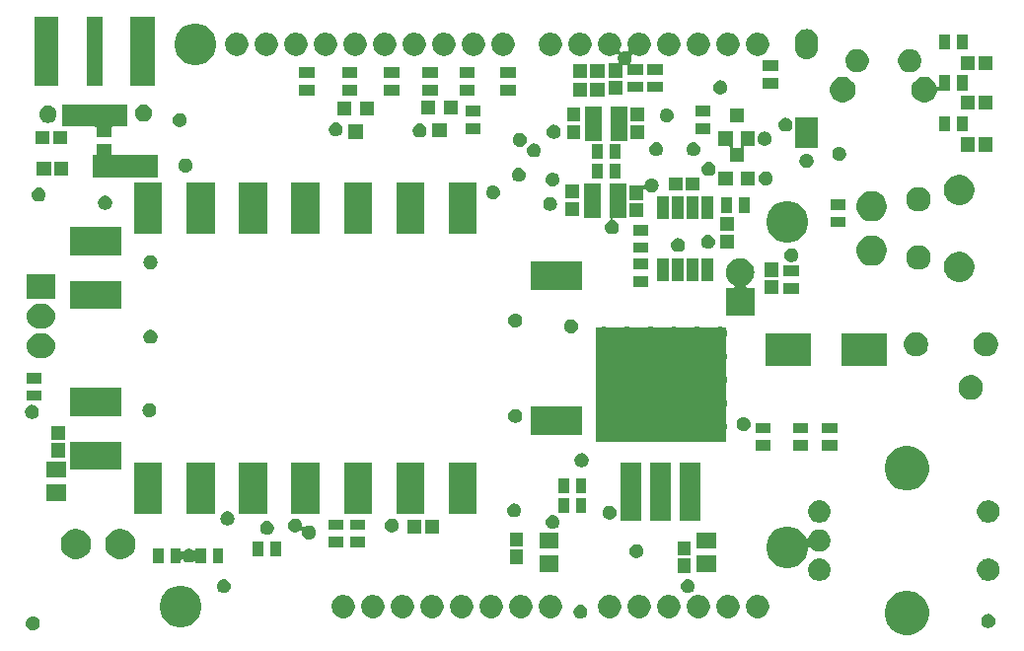
<source format=gts>
G04 #@! TF.GenerationSoftware,KiCad,Pcbnew,5.0.1-33cea8e~68~ubuntu18.04.1*
G04 #@! TF.CreationDate,2018-11-27T01:55:08+01:00*
G04 #@! TF.ProjectId,ArduTrxDMRShield,41726475547278444D52536869656C64,x1.0*
G04 #@! TF.SameCoordinates,Original*
G04 #@! TF.FileFunction,Soldermask,Top*
G04 #@! TF.FilePolarity,Negative*
%FSLAX46Y46*%
G04 Gerber Fmt 4.6, Leading zero omitted, Abs format (unit mm)*
G04 Created by KiCad (PCBNEW 5.0.1-33cea8e~68~ubuntu18.04.1) date Di 27 Nov 2018 01:55:08 CET*
%MOMM*%
%LPD*%
G01*
G04 APERTURE LIST*
%ADD10C,0.100000*%
G04 APERTURE END LIST*
D10*
G36*
X131554209Y-126173016D02*
X131899986Y-126316241D01*
X132211182Y-126524176D01*
X132475824Y-126788818D01*
X132683759Y-127100014D01*
X132826984Y-127445791D01*
X132900000Y-127812865D01*
X132900000Y-128187135D01*
X132826984Y-128554209D01*
X132683759Y-128899986D01*
X132475824Y-129211182D01*
X132211182Y-129475824D01*
X131899986Y-129683759D01*
X131554209Y-129826984D01*
X131187135Y-129900000D01*
X130812865Y-129900000D01*
X130445791Y-129826984D01*
X130100014Y-129683759D01*
X129788818Y-129475824D01*
X129524176Y-129211182D01*
X129316241Y-128899986D01*
X129173016Y-128554209D01*
X129100000Y-128187135D01*
X129100000Y-127812865D01*
X129173016Y-127445791D01*
X129316241Y-127100014D01*
X129524176Y-126788818D01*
X129788818Y-126524176D01*
X130100014Y-126316241D01*
X130445791Y-126173016D01*
X130812865Y-126100000D01*
X131187135Y-126100000D01*
X131554209Y-126173016D01*
X131554209Y-126173016D01*
G37*
G36*
X56175012Y-128323057D02*
X56284207Y-128368287D01*
X56382481Y-128433952D01*
X56466048Y-128517519D01*
X56531713Y-128615793D01*
X56576943Y-128724988D01*
X56600000Y-128840904D01*
X56600000Y-128959096D01*
X56576943Y-129075012D01*
X56531713Y-129184207D01*
X56466048Y-129282481D01*
X56382481Y-129366048D01*
X56284207Y-129431713D01*
X56175012Y-129476943D01*
X56059096Y-129500000D01*
X55940904Y-129500000D01*
X55824988Y-129476943D01*
X55715793Y-129431713D01*
X55617519Y-129366048D01*
X55533952Y-129282481D01*
X55468287Y-129184207D01*
X55423057Y-129075012D01*
X55400000Y-128959096D01*
X55400000Y-128840904D01*
X55423057Y-128724988D01*
X55468287Y-128615793D01*
X55533952Y-128517519D01*
X55617519Y-128433952D01*
X55715793Y-128368287D01*
X55824988Y-128323057D01*
X55940904Y-128300000D01*
X56059096Y-128300000D01*
X56175012Y-128323057D01*
X56175012Y-128323057D01*
G37*
G36*
X138175012Y-128123057D02*
X138284207Y-128168287D01*
X138382481Y-128233952D01*
X138466048Y-128317519D01*
X138531713Y-128415793D01*
X138576943Y-128524988D01*
X138600000Y-128640904D01*
X138600000Y-128759096D01*
X138576943Y-128875012D01*
X138531713Y-128984207D01*
X138466048Y-129082481D01*
X138382481Y-129166048D01*
X138284207Y-129231713D01*
X138175012Y-129276943D01*
X138059096Y-129300000D01*
X137940904Y-129300000D01*
X137824988Y-129276943D01*
X137715793Y-129231713D01*
X137617519Y-129166048D01*
X137533952Y-129082481D01*
X137468287Y-128984207D01*
X137423057Y-128875012D01*
X137400000Y-128759096D01*
X137400000Y-128640904D01*
X137423057Y-128524988D01*
X137468287Y-128415793D01*
X137533952Y-128317519D01*
X137617519Y-128233952D01*
X137715793Y-128168287D01*
X137824988Y-128123057D01*
X137940904Y-128100000D01*
X138059096Y-128100000D01*
X138175012Y-128123057D01*
X138175012Y-128123057D01*
G37*
G36*
X69191394Y-125741192D02*
X69516698Y-125875937D01*
X69809468Y-126071560D01*
X70058440Y-126320532D01*
X70254063Y-126613302D01*
X70388808Y-126938606D01*
X70457500Y-127283945D01*
X70457500Y-127636055D01*
X70388808Y-127981394D01*
X70254063Y-128306698D01*
X70058440Y-128599468D01*
X69809468Y-128848440D01*
X69516698Y-129044063D01*
X69191394Y-129178808D01*
X68846055Y-129247500D01*
X68493945Y-129247500D01*
X68148606Y-129178808D01*
X67823302Y-129044063D01*
X67530532Y-128848440D01*
X67281560Y-128599468D01*
X67085937Y-128306698D01*
X66951192Y-127981394D01*
X66882500Y-127636055D01*
X66882500Y-127283945D01*
X66951192Y-126938606D01*
X67085937Y-126613302D01*
X67281560Y-126320532D01*
X67530532Y-126071560D01*
X67823302Y-125875937D01*
X68148606Y-125741192D01*
X68493945Y-125672500D01*
X68846055Y-125672500D01*
X69191394Y-125741192D01*
X69191394Y-125741192D01*
G37*
G36*
X103175012Y-127323057D02*
X103284207Y-127368287D01*
X103382481Y-127433952D01*
X103466048Y-127517519D01*
X103531713Y-127615793D01*
X103576943Y-127724988D01*
X103600000Y-127840904D01*
X103600000Y-127959096D01*
X103576943Y-128075012D01*
X103531713Y-128184207D01*
X103466048Y-128282481D01*
X103382481Y-128366048D01*
X103284207Y-128431713D01*
X103175012Y-128476943D01*
X103059096Y-128500000D01*
X102940904Y-128500000D01*
X102824988Y-128476943D01*
X102715793Y-128431713D01*
X102617519Y-128366048D01*
X102533952Y-128282481D01*
X102468287Y-128184207D01*
X102423057Y-128075012D01*
X102400000Y-127959096D01*
X102400000Y-127840904D01*
X102423057Y-127724988D01*
X102468287Y-127615793D01*
X102533952Y-127517519D01*
X102617519Y-127433952D01*
X102715793Y-127368287D01*
X102824988Y-127323057D01*
X102940904Y-127300000D01*
X103059096Y-127300000D01*
X103175012Y-127323057D01*
X103175012Y-127323057D01*
G37*
G36*
X110755770Y-126475372D02*
X110871689Y-126498429D01*
X111053678Y-126573811D01*
X111217463Y-126683249D01*
X111356751Y-126822537D01*
X111466189Y-126986322D01*
X111541571Y-127168311D01*
X111580000Y-127361509D01*
X111580000Y-127558491D01*
X111541571Y-127751689D01*
X111466189Y-127933678D01*
X111356751Y-128097463D01*
X111217463Y-128236751D01*
X111053678Y-128346189D01*
X110871689Y-128421571D01*
X110755770Y-128444628D01*
X110678493Y-128460000D01*
X110481507Y-128460000D01*
X110404230Y-128444628D01*
X110288311Y-128421571D01*
X110106322Y-128346189D01*
X109942537Y-128236751D01*
X109803249Y-128097463D01*
X109693811Y-127933678D01*
X109618429Y-127751689D01*
X109580000Y-127558491D01*
X109580000Y-127361509D01*
X109618429Y-127168311D01*
X109693811Y-126986322D01*
X109803249Y-126822537D01*
X109942537Y-126683249D01*
X110106322Y-126573811D01*
X110288311Y-126498429D01*
X110404230Y-126475372D01*
X110481507Y-126460000D01*
X110678493Y-126460000D01*
X110755770Y-126475372D01*
X110755770Y-126475372D01*
G37*
G36*
X105675770Y-126475372D02*
X105791689Y-126498429D01*
X105973678Y-126573811D01*
X106137463Y-126683249D01*
X106276751Y-126822537D01*
X106386189Y-126986322D01*
X106461571Y-127168311D01*
X106500000Y-127361509D01*
X106500000Y-127558491D01*
X106461571Y-127751689D01*
X106386189Y-127933678D01*
X106276751Y-128097463D01*
X106137463Y-128236751D01*
X105973678Y-128346189D01*
X105791689Y-128421571D01*
X105675770Y-128444628D01*
X105598493Y-128460000D01*
X105401507Y-128460000D01*
X105324230Y-128444628D01*
X105208311Y-128421571D01*
X105026322Y-128346189D01*
X104862537Y-128236751D01*
X104723249Y-128097463D01*
X104613811Y-127933678D01*
X104538429Y-127751689D01*
X104500000Y-127558491D01*
X104500000Y-127361509D01*
X104538429Y-127168311D01*
X104613811Y-126986322D01*
X104723249Y-126822537D01*
X104862537Y-126683249D01*
X105026322Y-126573811D01*
X105208311Y-126498429D01*
X105324230Y-126475372D01*
X105401507Y-126460000D01*
X105598493Y-126460000D01*
X105675770Y-126475372D01*
X105675770Y-126475372D01*
G37*
G36*
X100595770Y-126475372D02*
X100711689Y-126498429D01*
X100893678Y-126573811D01*
X101057463Y-126683249D01*
X101196751Y-126822537D01*
X101306189Y-126986322D01*
X101381571Y-127168311D01*
X101420000Y-127361509D01*
X101420000Y-127558491D01*
X101381571Y-127751689D01*
X101306189Y-127933678D01*
X101196751Y-128097463D01*
X101057463Y-128236751D01*
X100893678Y-128346189D01*
X100711689Y-128421571D01*
X100595770Y-128444628D01*
X100518493Y-128460000D01*
X100321507Y-128460000D01*
X100244230Y-128444628D01*
X100128311Y-128421571D01*
X99946322Y-128346189D01*
X99782537Y-128236751D01*
X99643249Y-128097463D01*
X99533811Y-127933678D01*
X99458429Y-127751689D01*
X99420000Y-127558491D01*
X99420000Y-127361509D01*
X99458429Y-127168311D01*
X99533811Y-126986322D01*
X99643249Y-126822537D01*
X99782537Y-126683249D01*
X99946322Y-126573811D01*
X100128311Y-126498429D01*
X100244230Y-126475372D01*
X100321507Y-126460000D01*
X100518493Y-126460000D01*
X100595770Y-126475372D01*
X100595770Y-126475372D01*
G37*
G36*
X108215770Y-126475372D02*
X108331689Y-126498429D01*
X108513678Y-126573811D01*
X108677463Y-126683249D01*
X108816751Y-126822537D01*
X108926189Y-126986322D01*
X109001571Y-127168311D01*
X109040000Y-127361509D01*
X109040000Y-127558491D01*
X109001571Y-127751689D01*
X108926189Y-127933678D01*
X108816751Y-128097463D01*
X108677463Y-128236751D01*
X108513678Y-128346189D01*
X108331689Y-128421571D01*
X108215770Y-128444628D01*
X108138493Y-128460000D01*
X107941507Y-128460000D01*
X107864230Y-128444628D01*
X107748311Y-128421571D01*
X107566322Y-128346189D01*
X107402537Y-128236751D01*
X107263249Y-128097463D01*
X107153811Y-127933678D01*
X107078429Y-127751689D01*
X107040000Y-127558491D01*
X107040000Y-127361509D01*
X107078429Y-127168311D01*
X107153811Y-126986322D01*
X107263249Y-126822537D01*
X107402537Y-126683249D01*
X107566322Y-126573811D01*
X107748311Y-126498429D01*
X107864230Y-126475372D01*
X107941507Y-126460000D01*
X108138493Y-126460000D01*
X108215770Y-126475372D01*
X108215770Y-126475372D01*
G37*
G36*
X113295770Y-126475372D02*
X113411689Y-126498429D01*
X113593678Y-126573811D01*
X113757463Y-126683249D01*
X113896751Y-126822537D01*
X114006189Y-126986322D01*
X114081571Y-127168311D01*
X114120000Y-127361509D01*
X114120000Y-127558491D01*
X114081571Y-127751689D01*
X114006189Y-127933678D01*
X113896751Y-128097463D01*
X113757463Y-128236751D01*
X113593678Y-128346189D01*
X113411689Y-128421571D01*
X113295770Y-128444628D01*
X113218493Y-128460000D01*
X113021507Y-128460000D01*
X112944230Y-128444628D01*
X112828311Y-128421571D01*
X112646322Y-128346189D01*
X112482537Y-128236751D01*
X112343249Y-128097463D01*
X112233811Y-127933678D01*
X112158429Y-127751689D01*
X112120000Y-127558491D01*
X112120000Y-127361509D01*
X112158429Y-127168311D01*
X112233811Y-126986322D01*
X112343249Y-126822537D01*
X112482537Y-126683249D01*
X112646322Y-126573811D01*
X112828311Y-126498429D01*
X112944230Y-126475372D01*
X113021507Y-126460000D01*
X113218493Y-126460000D01*
X113295770Y-126475372D01*
X113295770Y-126475372D01*
G37*
G36*
X98055770Y-126475372D02*
X98171689Y-126498429D01*
X98353678Y-126573811D01*
X98517463Y-126683249D01*
X98656751Y-126822537D01*
X98766189Y-126986322D01*
X98841571Y-127168311D01*
X98880000Y-127361509D01*
X98880000Y-127558491D01*
X98841571Y-127751689D01*
X98766189Y-127933678D01*
X98656751Y-128097463D01*
X98517463Y-128236751D01*
X98353678Y-128346189D01*
X98171689Y-128421571D01*
X98055770Y-128444628D01*
X97978493Y-128460000D01*
X97781507Y-128460000D01*
X97704230Y-128444628D01*
X97588311Y-128421571D01*
X97406322Y-128346189D01*
X97242537Y-128236751D01*
X97103249Y-128097463D01*
X96993811Y-127933678D01*
X96918429Y-127751689D01*
X96880000Y-127558491D01*
X96880000Y-127361509D01*
X96918429Y-127168311D01*
X96993811Y-126986322D01*
X97103249Y-126822537D01*
X97242537Y-126683249D01*
X97406322Y-126573811D01*
X97588311Y-126498429D01*
X97704230Y-126475372D01*
X97781507Y-126460000D01*
X97978493Y-126460000D01*
X98055770Y-126475372D01*
X98055770Y-126475372D01*
G37*
G36*
X95515770Y-126475372D02*
X95631689Y-126498429D01*
X95813678Y-126573811D01*
X95977463Y-126683249D01*
X96116751Y-126822537D01*
X96226189Y-126986322D01*
X96301571Y-127168311D01*
X96340000Y-127361509D01*
X96340000Y-127558491D01*
X96301571Y-127751689D01*
X96226189Y-127933678D01*
X96116751Y-128097463D01*
X95977463Y-128236751D01*
X95813678Y-128346189D01*
X95631689Y-128421571D01*
X95515770Y-128444628D01*
X95438493Y-128460000D01*
X95241507Y-128460000D01*
X95164230Y-128444628D01*
X95048311Y-128421571D01*
X94866322Y-128346189D01*
X94702537Y-128236751D01*
X94563249Y-128097463D01*
X94453811Y-127933678D01*
X94378429Y-127751689D01*
X94340000Y-127558491D01*
X94340000Y-127361509D01*
X94378429Y-127168311D01*
X94453811Y-126986322D01*
X94563249Y-126822537D01*
X94702537Y-126683249D01*
X94866322Y-126573811D01*
X95048311Y-126498429D01*
X95164230Y-126475372D01*
X95241507Y-126460000D01*
X95438493Y-126460000D01*
X95515770Y-126475372D01*
X95515770Y-126475372D01*
G37*
G36*
X118375770Y-126475372D02*
X118491689Y-126498429D01*
X118673678Y-126573811D01*
X118837463Y-126683249D01*
X118976751Y-126822537D01*
X119086189Y-126986322D01*
X119161571Y-127168311D01*
X119200000Y-127361509D01*
X119200000Y-127558491D01*
X119161571Y-127751689D01*
X119086189Y-127933678D01*
X118976751Y-128097463D01*
X118837463Y-128236751D01*
X118673678Y-128346189D01*
X118491689Y-128421571D01*
X118375770Y-128444628D01*
X118298493Y-128460000D01*
X118101507Y-128460000D01*
X118024230Y-128444628D01*
X117908311Y-128421571D01*
X117726322Y-128346189D01*
X117562537Y-128236751D01*
X117423249Y-128097463D01*
X117313811Y-127933678D01*
X117238429Y-127751689D01*
X117200000Y-127558491D01*
X117200000Y-127361509D01*
X117238429Y-127168311D01*
X117313811Y-126986322D01*
X117423249Y-126822537D01*
X117562537Y-126683249D01*
X117726322Y-126573811D01*
X117908311Y-126498429D01*
X118024230Y-126475372D01*
X118101507Y-126460000D01*
X118298493Y-126460000D01*
X118375770Y-126475372D01*
X118375770Y-126475372D01*
G37*
G36*
X92975770Y-126475372D02*
X93091689Y-126498429D01*
X93273678Y-126573811D01*
X93437463Y-126683249D01*
X93576751Y-126822537D01*
X93686189Y-126986322D01*
X93761571Y-127168311D01*
X93800000Y-127361509D01*
X93800000Y-127558491D01*
X93761571Y-127751689D01*
X93686189Y-127933678D01*
X93576751Y-128097463D01*
X93437463Y-128236751D01*
X93273678Y-128346189D01*
X93091689Y-128421571D01*
X92975770Y-128444628D01*
X92898493Y-128460000D01*
X92701507Y-128460000D01*
X92624230Y-128444628D01*
X92508311Y-128421571D01*
X92326322Y-128346189D01*
X92162537Y-128236751D01*
X92023249Y-128097463D01*
X91913811Y-127933678D01*
X91838429Y-127751689D01*
X91800000Y-127558491D01*
X91800000Y-127361509D01*
X91838429Y-127168311D01*
X91913811Y-126986322D01*
X92023249Y-126822537D01*
X92162537Y-126683249D01*
X92326322Y-126573811D01*
X92508311Y-126498429D01*
X92624230Y-126475372D01*
X92701507Y-126460000D01*
X92898493Y-126460000D01*
X92975770Y-126475372D01*
X92975770Y-126475372D01*
G37*
G36*
X90435770Y-126475372D02*
X90551689Y-126498429D01*
X90733678Y-126573811D01*
X90897463Y-126683249D01*
X91036751Y-126822537D01*
X91146189Y-126986322D01*
X91221571Y-127168311D01*
X91260000Y-127361509D01*
X91260000Y-127558491D01*
X91221571Y-127751689D01*
X91146189Y-127933678D01*
X91036751Y-128097463D01*
X90897463Y-128236751D01*
X90733678Y-128346189D01*
X90551689Y-128421571D01*
X90435770Y-128444628D01*
X90358493Y-128460000D01*
X90161507Y-128460000D01*
X90084230Y-128444628D01*
X89968311Y-128421571D01*
X89786322Y-128346189D01*
X89622537Y-128236751D01*
X89483249Y-128097463D01*
X89373811Y-127933678D01*
X89298429Y-127751689D01*
X89260000Y-127558491D01*
X89260000Y-127361509D01*
X89298429Y-127168311D01*
X89373811Y-126986322D01*
X89483249Y-126822537D01*
X89622537Y-126683249D01*
X89786322Y-126573811D01*
X89968311Y-126498429D01*
X90084230Y-126475372D01*
X90161507Y-126460000D01*
X90358493Y-126460000D01*
X90435770Y-126475372D01*
X90435770Y-126475372D01*
G37*
G36*
X82815770Y-126475372D02*
X82931689Y-126498429D01*
X83113678Y-126573811D01*
X83277463Y-126683249D01*
X83416751Y-126822537D01*
X83526189Y-126986322D01*
X83601571Y-127168311D01*
X83640000Y-127361509D01*
X83640000Y-127558491D01*
X83601571Y-127751689D01*
X83526189Y-127933678D01*
X83416751Y-128097463D01*
X83277463Y-128236751D01*
X83113678Y-128346189D01*
X82931689Y-128421571D01*
X82815770Y-128444628D01*
X82738493Y-128460000D01*
X82541507Y-128460000D01*
X82464230Y-128444628D01*
X82348311Y-128421571D01*
X82166322Y-128346189D01*
X82002537Y-128236751D01*
X81863249Y-128097463D01*
X81753811Y-127933678D01*
X81678429Y-127751689D01*
X81640000Y-127558491D01*
X81640000Y-127361509D01*
X81678429Y-127168311D01*
X81753811Y-126986322D01*
X81863249Y-126822537D01*
X82002537Y-126683249D01*
X82166322Y-126573811D01*
X82348311Y-126498429D01*
X82464230Y-126475372D01*
X82541507Y-126460000D01*
X82738493Y-126460000D01*
X82815770Y-126475372D01*
X82815770Y-126475372D01*
G37*
G36*
X85355770Y-126475372D02*
X85471689Y-126498429D01*
X85653678Y-126573811D01*
X85817463Y-126683249D01*
X85956751Y-126822537D01*
X86066189Y-126986322D01*
X86141571Y-127168311D01*
X86180000Y-127361509D01*
X86180000Y-127558491D01*
X86141571Y-127751689D01*
X86066189Y-127933678D01*
X85956751Y-128097463D01*
X85817463Y-128236751D01*
X85653678Y-128346189D01*
X85471689Y-128421571D01*
X85355770Y-128444628D01*
X85278493Y-128460000D01*
X85081507Y-128460000D01*
X85004230Y-128444628D01*
X84888311Y-128421571D01*
X84706322Y-128346189D01*
X84542537Y-128236751D01*
X84403249Y-128097463D01*
X84293811Y-127933678D01*
X84218429Y-127751689D01*
X84180000Y-127558491D01*
X84180000Y-127361509D01*
X84218429Y-127168311D01*
X84293811Y-126986322D01*
X84403249Y-126822537D01*
X84542537Y-126683249D01*
X84706322Y-126573811D01*
X84888311Y-126498429D01*
X85004230Y-126475372D01*
X85081507Y-126460000D01*
X85278493Y-126460000D01*
X85355770Y-126475372D01*
X85355770Y-126475372D01*
G37*
G36*
X87895770Y-126475372D02*
X88011689Y-126498429D01*
X88193678Y-126573811D01*
X88357463Y-126683249D01*
X88496751Y-126822537D01*
X88606189Y-126986322D01*
X88681571Y-127168311D01*
X88720000Y-127361509D01*
X88720000Y-127558491D01*
X88681571Y-127751689D01*
X88606189Y-127933678D01*
X88496751Y-128097463D01*
X88357463Y-128236751D01*
X88193678Y-128346189D01*
X88011689Y-128421571D01*
X87895770Y-128444628D01*
X87818493Y-128460000D01*
X87621507Y-128460000D01*
X87544230Y-128444628D01*
X87428311Y-128421571D01*
X87246322Y-128346189D01*
X87082537Y-128236751D01*
X86943249Y-128097463D01*
X86833811Y-127933678D01*
X86758429Y-127751689D01*
X86720000Y-127558491D01*
X86720000Y-127361509D01*
X86758429Y-127168311D01*
X86833811Y-126986322D01*
X86943249Y-126822537D01*
X87082537Y-126683249D01*
X87246322Y-126573811D01*
X87428311Y-126498429D01*
X87544230Y-126475372D01*
X87621507Y-126460000D01*
X87818493Y-126460000D01*
X87895770Y-126475372D01*
X87895770Y-126475372D01*
G37*
G36*
X115835770Y-126475372D02*
X115951689Y-126498429D01*
X116133678Y-126573811D01*
X116297463Y-126683249D01*
X116436751Y-126822537D01*
X116546189Y-126986322D01*
X116621571Y-127168311D01*
X116660000Y-127361509D01*
X116660000Y-127558491D01*
X116621571Y-127751689D01*
X116546189Y-127933678D01*
X116436751Y-128097463D01*
X116297463Y-128236751D01*
X116133678Y-128346189D01*
X115951689Y-128421571D01*
X115835770Y-128444628D01*
X115758493Y-128460000D01*
X115561507Y-128460000D01*
X115484230Y-128444628D01*
X115368311Y-128421571D01*
X115186322Y-128346189D01*
X115022537Y-128236751D01*
X114883249Y-128097463D01*
X114773811Y-127933678D01*
X114698429Y-127751689D01*
X114660000Y-127558491D01*
X114660000Y-127361509D01*
X114698429Y-127168311D01*
X114773811Y-126986322D01*
X114883249Y-126822537D01*
X115022537Y-126683249D01*
X115186322Y-126573811D01*
X115368311Y-126498429D01*
X115484230Y-126475372D01*
X115561507Y-126460000D01*
X115758493Y-126460000D01*
X115835770Y-126475372D01*
X115835770Y-126475372D01*
G37*
G36*
X72575012Y-125123057D02*
X72684207Y-125168287D01*
X72782481Y-125233952D01*
X72866048Y-125317519D01*
X72931713Y-125415793D01*
X72976943Y-125524988D01*
X73000000Y-125640904D01*
X73000000Y-125759096D01*
X72976943Y-125875012D01*
X72931713Y-125984207D01*
X72866048Y-126082481D01*
X72782481Y-126166048D01*
X72684207Y-126231713D01*
X72575012Y-126276943D01*
X72459096Y-126300000D01*
X72340904Y-126300000D01*
X72224988Y-126276943D01*
X72115793Y-126231713D01*
X72017519Y-126166048D01*
X71933952Y-126082481D01*
X71868287Y-125984207D01*
X71823057Y-125875012D01*
X71800000Y-125759096D01*
X71800000Y-125640904D01*
X71823057Y-125524988D01*
X71868287Y-125415793D01*
X71933952Y-125317519D01*
X72017519Y-125233952D01*
X72115793Y-125168287D01*
X72224988Y-125123057D01*
X72340904Y-125100000D01*
X72459096Y-125100000D01*
X72575012Y-125123057D01*
X72575012Y-125123057D01*
G37*
G36*
X112375012Y-125123057D02*
X112484207Y-125168287D01*
X112582481Y-125233952D01*
X112666048Y-125317519D01*
X112731713Y-125415793D01*
X112776943Y-125524988D01*
X112800000Y-125640904D01*
X112800000Y-125759096D01*
X112776943Y-125875012D01*
X112731713Y-125984207D01*
X112666048Y-126082481D01*
X112582481Y-126166048D01*
X112484207Y-126231713D01*
X112375012Y-126276943D01*
X112259096Y-126300000D01*
X112140904Y-126300000D01*
X112024988Y-126276943D01*
X111915793Y-126231713D01*
X111817519Y-126166048D01*
X111733952Y-126082481D01*
X111668287Y-125984207D01*
X111623057Y-125875012D01*
X111600000Y-125759096D01*
X111600000Y-125640904D01*
X111623057Y-125524988D01*
X111668287Y-125415793D01*
X111733952Y-125317519D01*
X111817519Y-125233952D01*
X111915793Y-125168287D01*
X112024988Y-125123057D01*
X112140904Y-125100000D01*
X112259096Y-125100000D01*
X112375012Y-125123057D01*
X112375012Y-125123057D01*
G37*
G36*
X138280603Y-123374968D02*
X138280606Y-123374969D01*
X138280605Y-123374969D01*
X138455678Y-123447486D01*
X138468463Y-123456029D01*
X138613241Y-123552767D01*
X138747233Y-123686759D01*
X138747234Y-123686761D01*
X138852514Y-123844322D01*
X138902112Y-123964063D01*
X138925032Y-124019397D01*
X138962000Y-124205250D01*
X138962000Y-124394750D01*
X138925032Y-124580603D01*
X138925031Y-124580605D01*
X138852514Y-124755678D01*
X138852513Y-124755679D01*
X138747233Y-124913241D01*
X138613241Y-125047233D01*
X138534270Y-125100000D01*
X138455678Y-125152514D01*
X138320266Y-125208603D01*
X138280603Y-125225032D01*
X138094750Y-125262000D01*
X137905250Y-125262000D01*
X137719397Y-125225032D01*
X137679734Y-125208603D01*
X137544322Y-125152514D01*
X137465730Y-125100000D01*
X137386759Y-125047233D01*
X137252767Y-124913241D01*
X137147487Y-124755679D01*
X137147486Y-124755678D01*
X137074969Y-124580605D01*
X137074968Y-124580603D01*
X137038000Y-124394750D01*
X137038000Y-124205250D01*
X137074968Y-124019397D01*
X137097888Y-123964063D01*
X137147486Y-123844322D01*
X137252766Y-123686761D01*
X137252767Y-123686759D01*
X137386759Y-123552767D01*
X137531537Y-123456029D01*
X137544322Y-123447486D01*
X137719395Y-123374969D01*
X137719394Y-123374969D01*
X137719397Y-123374968D01*
X137905250Y-123338000D01*
X138094750Y-123338000D01*
X138280603Y-123374968D01*
X138280603Y-123374968D01*
G37*
G36*
X123780603Y-123374968D02*
X123780606Y-123374969D01*
X123780605Y-123374969D01*
X123955678Y-123447486D01*
X123968463Y-123456029D01*
X124113241Y-123552767D01*
X124247233Y-123686759D01*
X124247234Y-123686761D01*
X124352514Y-123844322D01*
X124402112Y-123964063D01*
X124425032Y-124019397D01*
X124462000Y-124205250D01*
X124462000Y-124394750D01*
X124425032Y-124580603D01*
X124425031Y-124580605D01*
X124352514Y-124755678D01*
X124352513Y-124755679D01*
X124247233Y-124913241D01*
X124113241Y-125047233D01*
X124034270Y-125100000D01*
X123955678Y-125152514D01*
X123820266Y-125208603D01*
X123780603Y-125225032D01*
X123594750Y-125262000D01*
X123405250Y-125262000D01*
X123219397Y-125225032D01*
X123179734Y-125208603D01*
X123044322Y-125152514D01*
X122965730Y-125100000D01*
X122886759Y-125047233D01*
X122752767Y-124913241D01*
X122647487Y-124755679D01*
X122647486Y-124755678D01*
X122574969Y-124580605D01*
X122574968Y-124580603D01*
X122538000Y-124394750D01*
X122538000Y-124205250D01*
X122574968Y-124019397D01*
X122597888Y-123964063D01*
X122647486Y-123844322D01*
X122752766Y-123686761D01*
X122752767Y-123686759D01*
X122886759Y-123552767D01*
X123031537Y-123456029D01*
X123044322Y-123447486D01*
X123219395Y-123374969D01*
X123219394Y-123374969D01*
X123219397Y-123374968D01*
X123405250Y-123338000D01*
X123594750Y-123338000D01*
X123780603Y-123374968D01*
X123780603Y-123374968D01*
G37*
G36*
X112475000Y-124550000D02*
X111325000Y-124550000D01*
X111325000Y-123350000D01*
X112475000Y-123350000D01*
X112475000Y-124550000D01*
X112475000Y-124550000D01*
G37*
G36*
X114625000Y-124500000D02*
X112975000Y-124500000D01*
X112975000Y-123100000D01*
X114625000Y-123100000D01*
X114625000Y-124500000D01*
X114625000Y-124500000D01*
G37*
G36*
X101125000Y-124500000D02*
X99475000Y-124500000D01*
X99475000Y-123100000D01*
X101125000Y-123100000D01*
X101125000Y-124500000D01*
X101125000Y-124500000D01*
G37*
G36*
X121261394Y-120661192D02*
X121586698Y-120795937D01*
X121879468Y-120991560D01*
X122128440Y-121240532D01*
X122324064Y-121533303D01*
X122334009Y-121557312D01*
X122345560Y-121578922D01*
X122361106Y-121597864D01*
X122380048Y-121613409D01*
X122401659Y-121624960D01*
X122425108Y-121632073D01*
X122449494Y-121634475D01*
X122473881Y-121632073D01*
X122497330Y-121624959D01*
X122518940Y-121613408D01*
X122537882Y-121597862D01*
X122553427Y-121578920D01*
X122564978Y-121557309D01*
X122572091Y-121533860D01*
X122574968Y-121519398D01*
X122589539Y-121484220D01*
X122647486Y-121344322D01*
X122752766Y-121186761D01*
X122752767Y-121186759D01*
X122886759Y-121052767D01*
X122994376Y-120980859D01*
X123044322Y-120947486D01*
X123201259Y-120882481D01*
X123219397Y-120874968D01*
X123405250Y-120838000D01*
X123594750Y-120838000D01*
X123780603Y-120874968D01*
X123798741Y-120882481D01*
X123955678Y-120947486D01*
X124005624Y-120980859D01*
X124113241Y-121052767D01*
X124247233Y-121186759D01*
X124247234Y-121186761D01*
X124352514Y-121344322D01*
X124408603Y-121479734D01*
X124425032Y-121519397D01*
X124462000Y-121705250D01*
X124462000Y-121894750D01*
X124425032Y-122080603D01*
X124425031Y-122080605D01*
X124352514Y-122255678D01*
X124352513Y-122255679D01*
X124247233Y-122413241D01*
X124113241Y-122547233D01*
X124061997Y-122581473D01*
X123955678Y-122652514D01*
X123832784Y-122703418D01*
X123780603Y-122725032D01*
X123594750Y-122762000D01*
X123405250Y-122762000D01*
X123219397Y-122725032D01*
X123167216Y-122703418D01*
X123044322Y-122652514D01*
X122938003Y-122581473D01*
X122886759Y-122547233D01*
X122748098Y-122408572D01*
X122740886Y-122399785D01*
X122721944Y-122384240D01*
X122700333Y-122372689D01*
X122676884Y-122365576D01*
X122652497Y-122363175D01*
X122628111Y-122365577D01*
X122604662Y-122372691D01*
X122583051Y-122384243D01*
X122564110Y-122399789D01*
X122548565Y-122418731D01*
X122537014Y-122440342D01*
X122529901Y-122463791D01*
X122527500Y-122488175D01*
X122527500Y-122556055D01*
X122458808Y-122901394D01*
X122324063Y-123226698D01*
X122128440Y-123519468D01*
X121879468Y-123768440D01*
X121586698Y-123964063D01*
X121261394Y-124098808D01*
X120916055Y-124167500D01*
X120563945Y-124167500D01*
X120218606Y-124098808D01*
X119893302Y-123964063D01*
X119600532Y-123768440D01*
X119351560Y-123519468D01*
X119155937Y-123226698D01*
X119021192Y-122901394D01*
X118952500Y-122556055D01*
X118952500Y-122203945D01*
X119021192Y-121858606D01*
X119155937Y-121533302D01*
X119351560Y-121240532D01*
X119600532Y-120991560D01*
X119893302Y-120795937D01*
X120218606Y-120661192D01*
X120563945Y-120592500D01*
X120916055Y-120592500D01*
X121261394Y-120661192D01*
X121261394Y-120661192D01*
G37*
G36*
X98075000Y-123800000D02*
X96925000Y-123800000D01*
X96925000Y-122600000D01*
X98075000Y-122600000D01*
X98075000Y-123800000D01*
X98075000Y-123800000D01*
G37*
G36*
X68700000Y-122655583D02*
X68702402Y-122679969D01*
X68709515Y-122703418D01*
X68721066Y-122725029D01*
X68736612Y-122743971D01*
X68755554Y-122759517D01*
X68777165Y-122771068D01*
X68800614Y-122778181D01*
X68825000Y-122780583D01*
X68849386Y-122778181D01*
X68872835Y-122771068D01*
X68894446Y-122759517D01*
X68913388Y-122743971D01*
X68928934Y-122725029D01*
X68933952Y-122717519D01*
X69017519Y-122633952D01*
X69115793Y-122568287D01*
X69224988Y-122523057D01*
X69340904Y-122500000D01*
X69459096Y-122500000D01*
X69575012Y-122523057D01*
X69607256Y-122536413D01*
X69684207Y-122568287D01*
X69755559Y-122615963D01*
X69777164Y-122627511D01*
X69800613Y-122634624D01*
X69825000Y-122637026D01*
X69849386Y-122634624D01*
X69872835Y-122627511D01*
X69894446Y-122615960D01*
X69913388Y-122600415D01*
X69928934Y-122581473D01*
X69940485Y-122559862D01*
X69947598Y-122536413D01*
X69950000Y-122512026D01*
X69950000Y-122450000D01*
X70850000Y-122450000D01*
X70850000Y-123750000D01*
X69950000Y-123750000D01*
X69950000Y-123687974D01*
X69947598Y-123663588D01*
X69940485Y-123640139D01*
X69928934Y-123618528D01*
X69913388Y-123599586D01*
X69894446Y-123584040D01*
X69872835Y-123572489D01*
X69849386Y-123565376D01*
X69825000Y-123562974D01*
X69800614Y-123565376D01*
X69777165Y-123572489D01*
X69755559Y-123584037D01*
X69684207Y-123631713D01*
X69620242Y-123658208D01*
X69575012Y-123676943D01*
X69459096Y-123700000D01*
X69340904Y-123700000D01*
X69224988Y-123676943D01*
X69115793Y-123631713D01*
X69017519Y-123566048D01*
X68933952Y-123482481D01*
X68928934Y-123474971D01*
X68913389Y-123456029D01*
X68894447Y-123440484D01*
X68872836Y-123428932D01*
X68849387Y-123421819D01*
X68825001Y-123419417D01*
X68800614Y-123421819D01*
X68777165Y-123428932D01*
X68755554Y-123440483D01*
X68736612Y-123456028D01*
X68721067Y-123474970D01*
X68709515Y-123496581D01*
X68702402Y-123520030D01*
X68700000Y-123544417D01*
X68700000Y-123750000D01*
X67800000Y-123750000D01*
X67800000Y-122450000D01*
X68700000Y-122450000D01*
X68700000Y-122655583D01*
X68700000Y-122655583D01*
G37*
G36*
X67200000Y-123750000D02*
X66300000Y-123750000D01*
X66300000Y-122450000D01*
X67200000Y-122450000D01*
X67200000Y-123750000D01*
X67200000Y-123750000D01*
G37*
G36*
X72350000Y-123750000D02*
X71450000Y-123750000D01*
X71450000Y-122450000D01*
X72350000Y-122450000D01*
X72350000Y-123750000D01*
X72350000Y-123750000D01*
G37*
G36*
X63884196Y-120849958D02*
X64120780Y-120947954D01*
X64333705Y-121090226D01*
X64514774Y-121271295D01*
X64657046Y-121484220D01*
X64755042Y-121720804D01*
X64805000Y-121971960D01*
X64805000Y-122228040D01*
X64755042Y-122479196D01*
X64657046Y-122715780D01*
X64514774Y-122928705D01*
X64333705Y-123109774D01*
X64120780Y-123252046D01*
X63884196Y-123350042D01*
X63633040Y-123400000D01*
X63376960Y-123400000D01*
X63125804Y-123350042D01*
X62889220Y-123252046D01*
X62676295Y-123109774D01*
X62495226Y-122928705D01*
X62352954Y-122715780D01*
X62254958Y-122479196D01*
X62205000Y-122228040D01*
X62205000Y-121971960D01*
X62254958Y-121720804D01*
X62352954Y-121484220D01*
X62495226Y-121271295D01*
X62676295Y-121090226D01*
X62889220Y-120947954D01*
X63125804Y-120849958D01*
X63376960Y-120800000D01*
X63633040Y-120800000D01*
X63884196Y-120849958D01*
X63884196Y-120849958D01*
G37*
G36*
X60074196Y-120849958D02*
X60310780Y-120947954D01*
X60523705Y-121090226D01*
X60704774Y-121271295D01*
X60847046Y-121484220D01*
X60945042Y-121720804D01*
X60995000Y-121971960D01*
X60995000Y-122228040D01*
X60945042Y-122479196D01*
X60847046Y-122715780D01*
X60704774Y-122928705D01*
X60523705Y-123109774D01*
X60310780Y-123252046D01*
X60074196Y-123350042D01*
X59823040Y-123400000D01*
X59566960Y-123400000D01*
X59315804Y-123350042D01*
X59079220Y-123252046D01*
X58866295Y-123109774D01*
X58685226Y-122928705D01*
X58542954Y-122715780D01*
X58444958Y-122479196D01*
X58395000Y-122228040D01*
X58395000Y-121971960D01*
X58444958Y-121720804D01*
X58542954Y-121484220D01*
X58685226Y-121271295D01*
X58866295Y-121090226D01*
X59079220Y-120947954D01*
X59315804Y-120849958D01*
X59566960Y-120800000D01*
X59823040Y-120800000D01*
X60074196Y-120849958D01*
X60074196Y-120849958D01*
G37*
G36*
X107975012Y-122123057D02*
X108084207Y-122168287D01*
X108182481Y-122233952D01*
X108266048Y-122317519D01*
X108331713Y-122415793D01*
X108376943Y-122524988D01*
X108400000Y-122640904D01*
X108400000Y-122759096D01*
X108376943Y-122875012D01*
X108331713Y-122984207D01*
X108266048Y-123082481D01*
X108182481Y-123166048D01*
X108084207Y-123231713D01*
X107975012Y-123276943D01*
X107859096Y-123300000D01*
X107740904Y-123300000D01*
X107624988Y-123276943D01*
X107515793Y-123231713D01*
X107417519Y-123166048D01*
X107333952Y-123082481D01*
X107268287Y-122984207D01*
X107223057Y-122875012D01*
X107200000Y-122759096D01*
X107200000Y-122640904D01*
X107223057Y-122524988D01*
X107268287Y-122415793D01*
X107333952Y-122317519D01*
X107417519Y-122233952D01*
X107515793Y-122168287D01*
X107624988Y-122123057D01*
X107740904Y-122100000D01*
X107859096Y-122100000D01*
X107975012Y-122123057D01*
X107975012Y-122123057D01*
G37*
G36*
X77300000Y-123150000D02*
X76400000Y-123150000D01*
X76400000Y-121850000D01*
X77300000Y-121850000D01*
X77300000Y-123150000D01*
X77300000Y-123150000D01*
G37*
G36*
X75800000Y-123150000D02*
X74900000Y-123150000D01*
X74900000Y-121850000D01*
X75800000Y-121850000D01*
X75800000Y-123150000D01*
X75800000Y-123150000D01*
G37*
G36*
X112475000Y-123050000D02*
X111325000Y-123050000D01*
X111325000Y-121850000D01*
X112475000Y-121850000D01*
X112475000Y-123050000D01*
X112475000Y-123050000D01*
G37*
G36*
X101125000Y-122500000D02*
X99475000Y-122500000D01*
X99475000Y-121100000D01*
X101125000Y-121100000D01*
X101125000Y-122500000D01*
X101125000Y-122500000D01*
G37*
G36*
X114625000Y-122500000D02*
X112975000Y-122500000D01*
X112975000Y-121100000D01*
X114625000Y-121100000D01*
X114625000Y-122500000D01*
X114625000Y-122500000D01*
G37*
G36*
X84550000Y-122400000D02*
X83250000Y-122400000D01*
X83250000Y-121500000D01*
X84550000Y-121500000D01*
X84550000Y-122400000D01*
X84550000Y-122400000D01*
G37*
G36*
X82650000Y-122400000D02*
X81350000Y-122400000D01*
X81350000Y-121500000D01*
X82650000Y-121500000D01*
X82650000Y-122400000D01*
X82650000Y-122400000D01*
G37*
G36*
X98075000Y-122300000D02*
X96925000Y-122300000D01*
X96925000Y-121100000D01*
X98075000Y-121100000D01*
X98075000Y-122300000D01*
X98075000Y-122300000D01*
G37*
G36*
X78675012Y-119923057D02*
X78784207Y-119968287D01*
X78882481Y-120033952D01*
X78966048Y-120117519D01*
X79031713Y-120215793D01*
X79076943Y-120324988D01*
X79100000Y-120440904D01*
X79100000Y-120549695D01*
X79102402Y-120574081D01*
X79109515Y-120597530D01*
X79121066Y-120619141D01*
X79136612Y-120638083D01*
X79155554Y-120653629D01*
X79177165Y-120665180D01*
X79200614Y-120672293D01*
X79225000Y-120674695D01*
X79249386Y-120672293D01*
X79272835Y-120665180D01*
X79294446Y-120653629D01*
X79313388Y-120638083D01*
X79317519Y-120633952D01*
X79415793Y-120568287D01*
X79524988Y-120523057D01*
X79640904Y-120500000D01*
X79759096Y-120500000D01*
X79875012Y-120523057D01*
X79984207Y-120568287D01*
X80082481Y-120633952D01*
X80166048Y-120717519D01*
X80231713Y-120815793D01*
X80276943Y-120924988D01*
X80300000Y-121040904D01*
X80300000Y-121159096D01*
X80276943Y-121275012D01*
X80231713Y-121384207D01*
X80166048Y-121482481D01*
X80082481Y-121566048D01*
X79984207Y-121631713D01*
X79875012Y-121676943D01*
X79759096Y-121700000D01*
X79640904Y-121700000D01*
X79524988Y-121676943D01*
X79415793Y-121631713D01*
X79317519Y-121566048D01*
X79233952Y-121482481D01*
X79168287Y-121384207D01*
X79123057Y-121275012D01*
X79100000Y-121159096D01*
X79100000Y-121050305D01*
X79097598Y-121025919D01*
X79090485Y-121002470D01*
X79078934Y-120980859D01*
X79063388Y-120961917D01*
X79044446Y-120946371D01*
X79022835Y-120934820D01*
X78999386Y-120927707D01*
X78975000Y-120925305D01*
X78950614Y-120927707D01*
X78927165Y-120934820D01*
X78905554Y-120946371D01*
X78886612Y-120961917D01*
X78882481Y-120966048D01*
X78784207Y-121031713D01*
X78675012Y-121076943D01*
X78559096Y-121100000D01*
X78440904Y-121100000D01*
X78324988Y-121076943D01*
X78215793Y-121031713D01*
X78117519Y-120966048D01*
X78033952Y-120882481D01*
X77968287Y-120784207D01*
X77923057Y-120675012D01*
X77900000Y-120559096D01*
X77900000Y-120440904D01*
X77923057Y-120324988D01*
X77968287Y-120215793D01*
X78033952Y-120117519D01*
X78117519Y-120033952D01*
X78215793Y-119968287D01*
X78324988Y-119923057D01*
X78440904Y-119900000D01*
X78559096Y-119900000D01*
X78675012Y-119923057D01*
X78675012Y-119923057D01*
G37*
G36*
X76275012Y-120123057D02*
X76384207Y-120168287D01*
X76482481Y-120233952D01*
X76566048Y-120317519D01*
X76631713Y-120415793D01*
X76676943Y-120524988D01*
X76700000Y-120640904D01*
X76700000Y-120759096D01*
X76676943Y-120875012D01*
X76631713Y-120984207D01*
X76566048Y-121082481D01*
X76482481Y-121166048D01*
X76384207Y-121231713D01*
X76275012Y-121276943D01*
X76159096Y-121300000D01*
X76040904Y-121300000D01*
X75924988Y-121276943D01*
X75815793Y-121231713D01*
X75717519Y-121166048D01*
X75633952Y-121082481D01*
X75568287Y-120984207D01*
X75523057Y-120875012D01*
X75500000Y-120759096D01*
X75500000Y-120640904D01*
X75523057Y-120524988D01*
X75568287Y-120415793D01*
X75633952Y-120317519D01*
X75717519Y-120233952D01*
X75815793Y-120168287D01*
X75924988Y-120123057D01*
X76040904Y-120100000D01*
X76159096Y-120100000D01*
X76275012Y-120123057D01*
X76275012Y-120123057D01*
G37*
G36*
X90850000Y-121175000D02*
X89650000Y-121175000D01*
X89650000Y-120025000D01*
X90850000Y-120025000D01*
X90850000Y-121175000D01*
X90850000Y-121175000D01*
G37*
G36*
X89350000Y-121175000D02*
X88150000Y-121175000D01*
X88150000Y-120025000D01*
X89350000Y-120025000D01*
X89350000Y-121175000D01*
X89350000Y-121175000D01*
G37*
G36*
X86975012Y-119923057D02*
X87084207Y-119968287D01*
X87182481Y-120033952D01*
X87266048Y-120117519D01*
X87331713Y-120215793D01*
X87376943Y-120324988D01*
X87400000Y-120440904D01*
X87400000Y-120559096D01*
X87376943Y-120675012D01*
X87331713Y-120784207D01*
X87266048Y-120882481D01*
X87182481Y-120966048D01*
X87084207Y-121031713D01*
X86975012Y-121076943D01*
X86859096Y-121100000D01*
X86740904Y-121100000D01*
X86624988Y-121076943D01*
X86515793Y-121031713D01*
X86417519Y-120966048D01*
X86333952Y-120882481D01*
X86268287Y-120784207D01*
X86223057Y-120675012D01*
X86200000Y-120559096D01*
X86200000Y-120440904D01*
X86223057Y-120324988D01*
X86268287Y-120215793D01*
X86333952Y-120117519D01*
X86417519Y-120033952D01*
X86515793Y-119968287D01*
X86624988Y-119923057D01*
X86740904Y-119900000D01*
X86859096Y-119900000D01*
X86975012Y-119923057D01*
X86975012Y-119923057D01*
G37*
G36*
X84550000Y-120900000D02*
X83250000Y-120900000D01*
X83250000Y-120000000D01*
X84550000Y-120000000D01*
X84550000Y-120900000D01*
X84550000Y-120900000D01*
G37*
G36*
X82650000Y-120900000D02*
X81350000Y-120900000D01*
X81350000Y-120000000D01*
X82650000Y-120000000D01*
X82650000Y-120900000D01*
X82650000Y-120900000D01*
G37*
G36*
X100775012Y-119623057D02*
X100884207Y-119668287D01*
X100982481Y-119733952D01*
X101066048Y-119817519D01*
X101131713Y-119915793D01*
X101176943Y-120024988D01*
X101200000Y-120140904D01*
X101200000Y-120259096D01*
X101176943Y-120375012D01*
X101131713Y-120484207D01*
X101066048Y-120582481D01*
X100982481Y-120666048D01*
X100884207Y-120731713D01*
X100775012Y-120776943D01*
X100659096Y-120800000D01*
X100540904Y-120800000D01*
X100424988Y-120776943D01*
X100315793Y-120731713D01*
X100217519Y-120666048D01*
X100133952Y-120582481D01*
X100068287Y-120484207D01*
X100023057Y-120375012D01*
X100000000Y-120259096D01*
X100000000Y-120140904D01*
X100023057Y-120024988D01*
X100068287Y-119915793D01*
X100133952Y-119817519D01*
X100217519Y-119733952D01*
X100315793Y-119668287D01*
X100424988Y-119623057D01*
X100540904Y-119600000D01*
X100659096Y-119600000D01*
X100775012Y-119623057D01*
X100775012Y-119623057D01*
G37*
G36*
X72875012Y-119323057D02*
X72984207Y-119368287D01*
X73082481Y-119433952D01*
X73166048Y-119517519D01*
X73231713Y-119615793D01*
X73276943Y-119724988D01*
X73300000Y-119840904D01*
X73300000Y-119959096D01*
X73276943Y-120075012D01*
X73231713Y-120184207D01*
X73166048Y-120282481D01*
X73082481Y-120366048D01*
X72984207Y-120431713D01*
X72875012Y-120476943D01*
X72759096Y-120500000D01*
X72640904Y-120500000D01*
X72524988Y-120476943D01*
X72415793Y-120431713D01*
X72317519Y-120366048D01*
X72233952Y-120282481D01*
X72168287Y-120184207D01*
X72123057Y-120075012D01*
X72100000Y-119959096D01*
X72100000Y-119840904D01*
X72123057Y-119724988D01*
X72168287Y-119615793D01*
X72233952Y-119517519D01*
X72317519Y-119433952D01*
X72415793Y-119368287D01*
X72524988Y-119323057D01*
X72640904Y-119300000D01*
X72759096Y-119300000D01*
X72875012Y-119323057D01*
X72875012Y-119323057D01*
G37*
G36*
X123780603Y-118374968D02*
X123780606Y-118374969D01*
X123780605Y-118374969D01*
X123955678Y-118447486D01*
X123955679Y-118447487D01*
X124113241Y-118552767D01*
X124247233Y-118686759D01*
X124247234Y-118686761D01*
X124352514Y-118844322D01*
X124408603Y-118979734D01*
X124425032Y-119019397D01*
X124462000Y-119205250D01*
X124462000Y-119394750D01*
X124425032Y-119580603D01*
X124425031Y-119580605D01*
X124352514Y-119755678D01*
X124322899Y-119800000D01*
X124247233Y-119913241D01*
X124113241Y-120047233D01*
X124071667Y-120075012D01*
X123955678Y-120152514D01*
X123820266Y-120208603D01*
X123780603Y-120225032D01*
X123594750Y-120262000D01*
X123405250Y-120262000D01*
X123219397Y-120225032D01*
X123179734Y-120208603D01*
X123044322Y-120152514D01*
X122928333Y-120075012D01*
X122886759Y-120047233D01*
X122752767Y-119913241D01*
X122677101Y-119800000D01*
X122647486Y-119755678D01*
X122574969Y-119580605D01*
X122574968Y-119580603D01*
X122538000Y-119394750D01*
X122538000Y-119205250D01*
X122574968Y-119019397D01*
X122591397Y-118979734D01*
X122647486Y-118844322D01*
X122752766Y-118686761D01*
X122752767Y-118686759D01*
X122886759Y-118552767D01*
X123044321Y-118447487D01*
X123044322Y-118447486D01*
X123219395Y-118374969D01*
X123219394Y-118374969D01*
X123219397Y-118374968D01*
X123405250Y-118338000D01*
X123594750Y-118338000D01*
X123780603Y-118374968D01*
X123780603Y-118374968D01*
G37*
G36*
X138280603Y-118374968D02*
X138280606Y-118374969D01*
X138280605Y-118374969D01*
X138455678Y-118447486D01*
X138455679Y-118447487D01*
X138613241Y-118552767D01*
X138747233Y-118686759D01*
X138747234Y-118686761D01*
X138852514Y-118844322D01*
X138908603Y-118979734D01*
X138925032Y-119019397D01*
X138962000Y-119205250D01*
X138962000Y-119394750D01*
X138925032Y-119580603D01*
X138925031Y-119580605D01*
X138852514Y-119755678D01*
X138822899Y-119800000D01*
X138747233Y-119913241D01*
X138613241Y-120047233D01*
X138571667Y-120075012D01*
X138455678Y-120152514D01*
X138320266Y-120208603D01*
X138280603Y-120225032D01*
X138094750Y-120262000D01*
X137905250Y-120262000D01*
X137719397Y-120225032D01*
X137679734Y-120208603D01*
X137544322Y-120152514D01*
X137428333Y-120075012D01*
X137386759Y-120047233D01*
X137252767Y-119913241D01*
X137177101Y-119800000D01*
X137147486Y-119755678D01*
X137074969Y-119580605D01*
X137074968Y-119580603D01*
X137038000Y-119394750D01*
X137038000Y-119205250D01*
X137074968Y-119019397D01*
X137091397Y-118979734D01*
X137147486Y-118844322D01*
X137252766Y-118686761D01*
X137252767Y-118686759D01*
X137386759Y-118552767D01*
X137544321Y-118447487D01*
X137544322Y-118447486D01*
X137719395Y-118374969D01*
X137719394Y-118374969D01*
X137719397Y-118374968D01*
X137905250Y-118338000D01*
X138094750Y-118338000D01*
X138280603Y-118374968D01*
X138280603Y-118374968D01*
G37*
G36*
X113335000Y-120100000D02*
X111545000Y-120100000D01*
X111545000Y-115100000D01*
X113335000Y-115100000D01*
X113335000Y-120100000D01*
X113335000Y-120100000D01*
G37*
G36*
X110795000Y-120100000D02*
X109005000Y-120100000D01*
X109005000Y-115100000D01*
X110795000Y-115100000D01*
X110795000Y-120100000D01*
X110795000Y-120100000D01*
G37*
G36*
X108255000Y-120100000D02*
X106465000Y-120100000D01*
X106465000Y-115100000D01*
X108255000Y-115100000D01*
X108255000Y-120100000D01*
X108255000Y-120100000D01*
G37*
G36*
X105675012Y-118823057D02*
X105784207Y-118868287D01*
X105882481Y-118933952D01*
X105966048Y-119017519D01*
X106031713Y-119115793D01*
X106076943Y-119224988D01*
X106100000Y-119340904D01*
X106100000Y-119459096D01*
X106076943Y-119575012D01*
X106031713Y-119684207D01*
X105966048Y-119782481D01*
X105882481Y-119866048D01*
X105784207Y-119931713D01*
X105675012Y-119976943D01*
X105559096Y-120000000D01*
X105440904Y-120000000D01*
X105324988Y-119976943D01*
X105215793Y-119931713D01*
X105117519Y-119866048D01*
X105033952Y-119782481D01*
X104968287Y-119684207D01*
X104923057Y-119575012D01*
X104900000Y-119459096D01*
X104900000Y-119340904D01*
X104923057Y-119224988D01*
X104968287Y-119115793D01*
X105033952Y-119017519D01*
X105117519Y-118933952D01*
X105215793Y-118868287D01*
X105324988Y-118823057D01*
X105440904Y-118800000D01*
X105559096Y-118800000D01*
X105675012Y-118823057D01*
X105675012Y-118823057D01*
G37*
G36*
X97475012Y-118623057D02*
X97584207Y-118668287D01*
X97682481Y-118733952D01*
X97766048Y-118817519D01*
X97831713Y-118915793D01*
X97876943Y-119024988D01*
X97900000Y-119140904D01*
X97900000Y-119259096D01*
X97876943Y-119375012D01*
X97831713Y-119484207D01*
X97766048Y-119582481D01*
X97682481Y-119666048D01*
X97584207Y-119731713D01*
X97475012Y-119776943D01*
X97359096Y-119800000D01*
X97240904Y-119800000D01*
X97124988Y-119776943D01*
X97015793Y-119731713D01*
X96917519Y-119666048D01*
X96833952Y-119582481D01*
X96768287Y-119484207D01*
X96723057Y-119375012D01*
X96700000Y-119259096D01*
X96700000Y-119140904D01*
X96723057Y-119024988D01*
X96768287Y-118915793D01*
X96833952Y-118817519D01*
X96917519Y-118733952D01*
X97015793Y-118668287D01*
X97124988Y-118623057D01*
X97240904Y-118600000D01*
X97359096Y-118600000D01*
X97475012Y-118623057D01*
X97475012Y-118623057D01*
G37*
G36*
X94100000Y-119500000D02*
X91700000Y-119500000D01*
X91700000Y-115100000D01*
X94100000Y-115100000D01*
X94100000Y-119500000D01*
X94100000Y-119500000D01*
G37*
G36*
X89600000Y-119500000D02*
X87200000Y-119500000D01*
X87200000Y-115100000D01*
X89600000Y-115100000D01*
X89600000Y-119500000D01*
X89600000Y-119500000D01*
G37*
G36*
X85100000Y-119500000D02*
X82700000Y-119500000D01*
X82700000Y-115100000D01*
X85100000Y-115100000D01*
X85100000Y-119500000D01*
X85100000Y-119500000D01*
G37*
G36*
X71600000Y-119500000D02*
X69200000Y-119500000D01*
X69200000Y-115100000D01*
X71600000Y-115100000D01*
X71600000Y-119500000D01*
X71600000Y-119500000D01*
G37*
G36*
X80600000Y-119500000D02*
X78200000Y-119500000D01*
X78200000Y-115100000D01*
X80600000Y-115100000D01*
X80600000Y-119500000D01*
X80600000Y-119500000D01*
G37*
G36*
X67100000Y-119500000D02*
X64700000Y-119500000D01*
X64700000Y-115100000D01*
X67100000Y-115100000D01*
X67100000Y-119500000D01*
X67100000Y-119500000D01*
G37*
G36*
X76100000Y-119500000D02*
X73700000Y-119500000D01*
X73700000Y-115100000D01*
X76100000Y-115100000D01*
X76100000Y-119500000D01*
X76100000Y-119500000D01*
G37*
G36*
X102000000Y-119450000D02*
X101100000Y-119450000D01*
X101100000Y-118150000D01*
X102000000Y-118150000D01*
X102000000Y-119450000D01*
X102000000Y-119450000D01*
G37*
G36*
X103500000Y-119450000D02*
X102600000Y-119450000D01*
X102600000Y-118150000D01*
X103500000Y-118150000D01*
X103500000Y-119450000D01*
X103500000Y-119450000D01*
G37*
G36*
X58825000Y-118400000D02*
X57175000Y-118400000D01*
X57175000Y-117000000D01*
X58825000Y-117000000D01*
X58825000Y-118400000D01*
X58825000Y-118400000D01*
G37*
G36*
X102000000Y-117750000D02*
X101100000Y-117750000D01*
X101100000Y-116450000D01*
X102000000Y-116450000D01*
X102000000Y-117750000D01*
X102000000Y-117750000D01*
G37*
G36*
X103500000Y-117750000D02*
X102600000Y-117750000D01*
X102600000Y-116450000D01*
X103500000Y-116450000D01*
X103500000Y-117750000D01*
X103500000Y-117750000D01*
G37*
G36*
X131554209Y-113773016D02*
X131899986Y-113916241D01*
X132211182Y-114124176D01*
X132475824Y-114388818D01*
X132683759Y-114700014D01*
X132826984Y-115045791D01*
X132900000Y-115412865D01*
X132900000Y-115787135D01*
X132826984Y-116154209D01*
X132683759Y-116499986D01*
X132475824Y-116811182D01*
X132211182Y-117075824D01*
X131899986Y-117283759D01*
X131554209Y-117426984D01*
X131187135Y-117500000D01*
X130812865Y-117500000D01*
X130445791Y-117426984D01*
X130100014Y-117283759D01*
X129788818Y-117075824D01*
X129524176Y-116811182D01*
X129316241Y-116499986D01*
X129173016Y-116154209D01*
X129100000Y-115787135D01*
X129100000Y-115412865D01*
X129173016Y-115045791D01*
X129316241Y-114700014D01*
X129524176Y-114388818D01*
X129788818Y-114124176D01*
X130100014Y-113916241D01*
X130445791Y-113773016D01*
X130812865Y-113700000D01*
X131187135Y-113700000D01*
X131554209Y-113773016D01*
X131554209Y-113773016D01*
G37*
G36*
X58825000Y-116400000D02*
X57175000Y-116400000D01*
X57175000Y-115000000D01*
X58825000Y-115000000D01*
X58825000Y-116400000D01*
X58825000Y-116400000D01*
G37*
G36*
X63600000Y-115700000D02*
X59200000Y-115700000D01*
X59200000Y-113300000D01*
X63600000Y-113300000D01*
X63600000Y-115700000D01*
X63600000Y-115700000D01*
G37*
G36*
X103275012Y-114323057D02*
X103384207Y-114368287D01*
X103482481Y-114433952D01*
X103566048Y-114517519D01*
X103631713Y-114615793D01*
X103676943Y-114724988D01*
X103700000Y-114840904D01*
X103700000Y-114959096D01*
X103676943Y-115075012D01*
X103631713Y-115184207D01*
X103566048Y-115282481D01*
X103482481Y-115366048D01*
X103384207Y-115431713D01*
X103275012Y-115476943D01*
X103159096Y-115500000D01*
X103040904Y-115500000D01*
X102924988Y-115476943D01*
X102815793Y-115431713D01*
X102717519Y-115366048D01*
X102633952Y-115282481D01*
X102568287Y-115184207D01*
X102523057Y-115075012D01*
X102500000Y-114959096D01*
X102500000Y-114840904D01*
X102523057Y-114724988D01*
X102568287Y-114615793D01*
X102633952Y-114517519D01*
X102717519Y-114433952D01*
X102815793Y-114368287D01*
X102924988Y-114323057D01*
X103040904Y-114300000D01*
X103159096Y-114300000D01*
X103275012Y-114323057D01*
X103275012Y-114323057D01*
G37*
G36*
X58775000Y-114650000D02*
X57625000Y-114650000D01*
X57625000Y-113450000D01*
X58775000Y-113450000D01*
X58775000Y-114650000D01*
X58775000Y-114650000D01*
G37*
G36*
X122550000Y-114100000D02*
X121250000Y-114100000D01*
X121250000Y-113200000D01*
X122550000Y-113200000D01*
X122550000Y-114100000D01*
X122550000Y-114100000D01*
G37*
G36*
X125050000Y-114100000D02*
X123750000Y-114100000D01*
X123750000Y-113200000D01*
X125050000Y-113200000D01*
X125050000Y-114100000D01*
X125050000Y-114100000D01*
G37*
G36*
X119350000Y-114100000D02*
X118050000Y-114100000D01*
X118050000Y-113200000D01*
X119350000Y-113200000D01*
X119350000Y-114100000D01*
X119350000Y-114100000D01*
G37*
G36*
X105175012Y-103423057D02*
X105284207Y-103468287D01*
X105374971Y-103528934D01*
X105396581Y-103540485D01*
X105420030Y-103547598D01*
X105444417Y-103550000D01*
X106555583Y-103550000D01*
X106579969Y-103547598D01*
X106603418Y-103540485D01*
X106625029Y-103528934D01*
X106715793Y-103468287D01*
X106824988Y-103423057D01*
X106940904Y-103400000D01*
X107059096Y-103400000D01*
X107175012Y-103423057D01*
X107284207Y-103468287D01*
X107374971Y-103528934D01*
X107396581Y-103540485D01*
X107420030Y-103547598D01*
X107444417Y-103550000D01*
X108555583Y-103550000D01*
X108579969Y-103547598D01*
X108603418Y-103540485D01*
X108625029Y-103528934D01*
X108715793Y-103468287D01*
X108824988Y-103423057D01*
X108940904Y-103400000D01*
X109059096Y-103400000D01*
X109175012Y-103423057D01*
X109284207Y-103468287D01*
X109374971Y-103528934D01*
X109396581Y-103540485D01*
X109420030Y-103547598D01*
X109444417Y-103550000D01*
X110555583Y-103550000D01*
X110579969Y-103547598D01*
X110603418Y-103540485D01*
X110625029Y-103528934D01*
X110715793Y-103468287D01*
X110824988Y-103423057D01*
X110940904Y-103400000D01*
X111059096Y-103400000D01*
X111175012Y-103423057D01*
X111284207Y-103468287D01*
X111374971Y-103528934D01*
X111396581Y-103540485D01*
X111420030Y-103547598D01*
X111444417Y-103550000D01*
X112555583Y-103550000D01*
X112579969Y-103547598D01*
X112603418Y-103540485D01*
X112625029Y-103528934D01*
X112715793Y-103468287D01*
X112824988Y-103423057D01*
X112940904Y-103400000D01*
X113059096Y-103400000D01*
X113175012Y-103423057D01*
X113284207Y-103468287D01*
X113374971Y-103528934D01*
X113396581Y-103540485D01*
X113420030Y-103547598D01*
X113444417Y-103550000D01*
X114555583Y-103550000D01*
X114579969Y-103547598D01*
X114603418Y-103540485D01*
X114625029Y-103528934D01*
X114715793Y-103468287D01*
X114824988Y-103423057D01*
X114940904Y-103400000D01*
X115059096Y-103400000D01*
X115175012Y-103423057D01*
X115284207Y-103468287D01*
X115374971Y-103528934D01*
X115396581Y-103540485D01*
X115420030Y-103547598D01*
X115444417Y-103550000D01*
X115500000Y-103550000D01*
X115500000Y-103630413D01*
X115502402Y-103654799D01*
X115509515Y-103678248D01*
X115521063Y-103699854D01*
X115531713Y-103715793D01*
X115531714Y-103715796D01*
X115576943Y-103824988D01*
X115600000Y-103940904D01*
X115600000Y-104059096D01*
X115576943Y-104175012D01*
X115576942Y-104175014D01*
X115531713Y-104284207D01*
X115521063Y-104300146D01*
X115509515Y-104321751D01*
X115502402Y-104345200D01*
X115500000Y-104369587D01*
X115500000Y-105630413D01*
X115502402Y-105654799D01*
X115509515Y-105678248D01*
X115521063Y-105699854D01*
X115531713Y-105715793D01*
X115531714Y-105715796D01*
X115576943Y-105824988D01*
X115600000Y-105940904D01*
X115600000Y-106059096D01*
X115576943Y-106175012D01*
X115576942Y-106175014D01*
X115531713Y-106284207D01*
X115521063Y-106300146D01*
X115509515Y-106321751D01*
X115502402Y-106345200D01*
X115500000Y-106369587D01*
X115500000Y-107630413D01*
X115502402Y-107654799D01*
X115509515Y-107678248D01*
X115521063Y-107699854D01*
X115531713Y-107715793D01*
X115558208Y-107779758D01*
X115576943Y-107824988D01*
X115600000Y-107940904D01*
X115600000Y-108059096D01*
X115576943Y-108175012D01*
X115576942Y-108175014D01*
X115531713Y-108284207D01*
X115521063Y-108300146D01*
X115509515Y-108321751D01*
X115502402Y-108345200D01*
X115500000Y-108369587D01*
X115500000Y-109630413D01*
X115502402Y-109654799D01*
X115509515Y-109678248D01*
X115521063Y-109699854D01*
X115531713Y-109715793D01*
X115531714Y-109715796D01*
X115576943Y-109824988D01*
X115600000Y-109940904D01*
X115600000Y-110059096D01*
X115576943Y-110175012D01*
X115576942Y-110175014D01*
X115531713Y-110284207D01*
X115521063Y-110300146D01*
X115509515Y-110321751D01*
X115502402Y-110345200D01*
X115500000Y-110369587D01*
X115500000Y-111630413D01*
X115502402Y-111654799D01*
X115509515Y-111678248D01*
X115521063Y-111699854D01*
X115531713Y-111715793D01*
X115531714Y-111715796D01*
X115576943Y-111824988D01*
X115600000Y-111940904D01*
X115600000Y-112059096D01*
X115576943Y-112175012D01*
X115576942Y-112175014D01*
X115531713Y-112284207D01*
X115521063Y-112300146D01*
X115509515Y-112321751D01*
X115502402Y-112345200D01*
X115500000Y-112369587D01*
X115500000Y-113350000D01*
X104300000Y-113350000D01*
X104300000Y-103550000D01*
X104555583Y-103550000D01*
X104579969Y-103547598D01*
X104603418Y-103540485D01*
X104625029Y-103528934D01*
X104715793Y-103468287D01*
X104824988Y-103423057D01*
X104940904Y-103400000D01*
X105059096Y-103400000D01*
X105175012Y-103423057D01*
X105175012Y-103423057D01*
G37*
G36*
X58775000Y-113150000D02*
X57625000Y-113150000D01*
X57625000Y-111950000D01*
X58775000Y-111950000D01*
X58775000Y-113150000D01*
X58775000Y-113150000D01*
G37*
G36*
X103100000Y-112725000D02*
X98700000Y-112725000D01*
X98700000Y-110325000D01*
X103100000Y-110325000D01*
X103100000Y-112725000D01*
X103100000Y-112725000D01*
G37*
G36*
X125050000Y-112600000D02*
X123750000Y-112600000D01*
X123750000Y-111700000D01*
X125050000Y-111700000D01*
X125050000Y-112600000D01*
X125050000Y-112600000D01*
G37*
G36*
X122550000Y-112600000D02*
X121250000Y-112600000D01*
X121250000Y-111700000D01*
X122550000Y-111700000D01*
X122550000Y-112600000D01*
X122550000Y-112600000D01*
G37*
G36*
X119350000Y-112600000D02*
X118050000Y-112600000D01*
X118050000Y-111700000D01*
X119350000Y-111700000D01*
X119350000Y-112600000D01*
X119350000Y-112600000D01*
G37*
G36*
X117175012Y-111223057D02*
X117284207Y-111268287D01*
X117382481Y-111333952D01*
X117466048Y-111417519D01*
X117531713Y-111515793D01*
X117576943Y-111624988D01*
X117600000Y-111740904D01*
X117600000Y-111859096D01*
X117576943Y-111975012D01*
X117531713Y-112084207D01*
X117466048Y-112182481D01*
X117382481Y-112266048D01*
X117284207Y-112331713D01*
X117175012Y-112376943D01*
X117059096Y-112400000D01*
X116940904Y-112400000D01*
X116824988Y-112376943D01*
X116715793Y-112331713D01*
X116617519Y-112266048D01*
X116533952Y-112182481D01*
X116468287Y-112084207D01*
X116423057Y-111975012D01*
X116400000Y-111859096D01*
X116400000Y-111740904D01*
X116423057Y-111624988D01*
X116468287Y-111515793D01*
X116533952Y-111417519D01*
X116617519Y-111333952D01*
X116715793Y-111268287D01*
X116824988Y-111223057D01*
X116940904Y-111200000D01*
X117059096Y-111200000D01*
X117175012Y-111223057D01*
X117175012Y-111223057D01*
G37*
G36*
X97575012Y-110523057D02*
X97684207Y-110568287D01*
X97782481Y-110633952D01*
X97866048Y-110717519D01*
X97931713Y-110815793D01*
X97976943Y-110924988D01*
X98000000Y-111040904D01*
X98000000Y-111159096D01*
X97976943Y-111275012D01*
X97931713Y-111384207D01*
X97866048Y-111482481D01*
X97782481Y-111566048D01*
X97684207Y-111631713D01*
X97575012Y-111676943D01*
X97459096Y-111700000D01*
X97340904Y-111700000D01*
X97224988Y-111676943D01*
X97115793Y-111631713D01*
X97017519Y-111566048D01*
X96933952Y-111482481D01*
X96868287Y-111384207D01*
X96823057Y-111275012D01*
X96800000Y-111159096D01*
X96800000Y-111040904D01*
X96823057Y-110924988D01*
X96868287Y-110815793D01*
X96933952Y-110717519D01*
X97017519Y-110633952D01*
X97115793Y-110568287D01*
X97224988Y-110523057D01*
X97340904Y-110500000D01*
X97459096Y-110500000D01*
X97575012Y-110523057D01*
X97575012Y-110523057D01*
G37*
G36*
X56102024Y-110169187D02*
X56211219Y-110214417D01*
X56309493Y-110280082D01*
X56393060Y-110363649D01*
X56458725Y-110461923D01*
X56503955Y-110571118D01*
X56527012Y-110687034D01*
X56527012Y-110805226D01*
X56503955Y-110921142D01*
X56458725Y-111030337D01*
X56393060Y-111128611D01*
X56309493Y-111212178D01*
X56211219Y-111277843D01*
X56102024Y-111323073D01*
X55986108Y-111346130D01*
X55867916Y-111346130D01*
X55752000Y-111323073D01*
X55642805Y-111277843D01*
X55544531Y-111212178D01*
X55460964Y-111128611D01*
X55395299Y-111030337D01*
X55350069Y-110921142D01*
X55327012Y-110805226D01*
X55327012Y-110687034D01*
X55350069Y-110571118D01*
X55395299Y-110461923D01*
X55460964Y-110363649D01*
X55544531Y-110280082D01*
X55642805Y-110214417D01*
X55752000Y-110169187D01*
X55867916Y-110146130D01*
X55986108Y-110146130D01*
X56102024Y-110169187D01*
X56102024Y-110169187D01*
G37*
G36*
X66175012Y-110023057D02*
X66284207Y-110068287D01*
X66382481Y-110133952D01*
X66466048Y-110217519D01*
X66531713Y-110315793D01*
X66576943Y-110424988D01*
X66600000Y-110540904D01*
X66600000Y-110659096D01*
X66576943Y-110775012D01*
X66531713Y-110884207D01*
X66466048Y-110982481D01*
X66382481Y-111066048D01*
X66284207Y-111131713D01*
X66175012Y-111176943D01*
X66059096Y-111200000D01*
X65940904Y-111200000D01*
X65824988Y-111176943D01*
X65715793Y-111131713D01*
X65617519Y-111066048D01*
X65533952Y-110982481D01*
X65468287Y-110884207D01*
X65423057Y-110775012D01*
X65400000Y-110659096D01*
X65400000Y-110540904D01*
X65423057Y-110424988D01*
X65468287Y-110315793D01*
X65533952Y-110217519D01*
X65617519Y-110133952D01*
X65715793Y-110068287D01*
X65824988Y-110023057D01*
X65940904Y-110000000D01*
X66059096Y-110000000D01*
X66175012Y-110023057D01*
X66175012Y-110023057D01*
G37*
G36*
X63600000Y-111100000D02*
X59200000Y-111100000D01*
X59200000Y-108700000D01*
X63600000Y-108700000D01*
X63600000Y-111100000D01*
X63600000Y-111100000D01*
G37*
G36*
X56750000Y-109800000D02*
X55450000Y-109800000D01*
X55450000Y-108900000D01*
X56750000Y-108900000D01*
X56750000Y-109800000D01*
X56750000Y-109800000D01*
G37*
G36*
X136625888Y-107604470D02*
X136806274Y-107640350D01*
X136997362Y-107719502D01*
X137169336Y-107834411D01*
X137315589Y-107980664D01*
X137430498Y-108152638D01*
X137509650Y-108343726D01*
X137550000Y-108546584D01*
X137550000Y-108753416D01*
X137509650Y-108956274D01*
X137430498Y-109147362D01*
X137315589Y-109319336D01*
X137169336Y-109465589D01*
X136997362Y-109580498D01*
X136806274Y-109659650D01*
X136625888Y-109695530D01*
X136603417Y-109700000D01*
X136396583Y-109700000D01*
X136374112Y-109695530D01*
X136193726Y-109659650D01*
X136002638Y-109580498D01*
X135830664Y-109465589D01*
X135684411Y-109319336D01*
X135569502Y-109147362D01*
X135490350Y-108956274D01*
X135450000Y-108753416D01*
X135450000Y-108546584D01*
X135490350Y-108343726D01*
X135569502Y-108152638D01*
X135684411Y-107980664D01*
X135830664Y-107834411D01*
X136002638Y-107719502D01*
X136193726Y-107640350D01*
X136374112Y-107604470D01*
X136396583Y-107600000D01*
X136603417Y-107600000D01*
X136625888Y-107604470D01*
X136625888Y-107604470D01*
G37*
G36*
X56750000Y-108300000D02*
X55450000Y-108300000D01*
X55450000Y-107400000D01*
X56750000Y-107400000D01*
X56750000Y-108300000D01*
X56750000Y-108300000D01*
G37*
G36*
X122798860Y-106800150D02*
X118898740Y-106800150D01*
X118898740Y-103999850D01*
X122798860Y-103999850D01*
X122798860Y-106800150D01*
X122798860Y-106800150D01*
G37*
G36*
X129301260Y-106800150D02*
X125401140Y-106800150D01*
X125401140Y-103999850D01*
X129301260Y-103999850D01*
X129301260Y-106800150D01*
X129301260Y-106800150D01*
G37*
G36*
X57060903Y-104031789D02*
X57261391Y-104092607D01*
X57446164Y-104191369D01*
X57608118Y-104324282D01*
X57741031Y-104486236D01*
X57839793Y-104671009D01*
X57900611Y-104871497D01*
X57921146Y-105080000D01*
X57900611Y-105288503D01*
X57839793Y-105488991D01*
X57741031Y-105673764D01*
X57608118Y-105835718D01*
X57446164Y-105968631D01*
X57261391Y-106067393D01*
X57060903Y-106128211D01*
X56904651Y-106143600D01*
X56495349Y-106143600D01*
X56339097Y-106128211D01*
X56138609Y-106067393D01*
X55953836Y-105968631D01*
X55791882Y-105835718D01*
X55658969Y-105673764D01*
X55560207Y-105488991D01*
X55499389Y-105288503D01*
X55478854Y-105080000D01*
X55499389Y-104871497D01*
X55560207Y-104671009D01*
X55658969Y-104486236D01*
X55791882Y-104324282D01*
X55953836Y-104191369D01*
X56138609Y-104092607D01*
X56339097Y-104031789D01*
X56495349Y-104016400D01*
X56904651Y-104016400D01*
X57060903Y-104031789D01*
X57060903Y-104031789D01*
G37*
G36*
X131925888Y-103904470D02*
X132106274Y-103940350D01*
X132297362Y-104019502D01*
X132469336Y-104134411D01*
X132615589Y-104280664D01*
X132730498Y-104452638D01*
X132809650Y-104643726D01*
X132850000Y-104846584D01*
X132850000Y-105053416D01*
X132809650Y-105256274D01*
X132730498Y-105447362D01*
X132615589Y-105619336D01*
X132469336Y-105765589D01*
X132297362Y-105880498D01*
X132106274Y-105959650D01*
X131925888Y-105995530D01*
X131903417Y-106000000D01*
X131696583Y-106000000D01*
X131674112Y-105995530D01*
X131493726Y-105959650D01*
X131302638Y-105880498D01*
X131130664Y-105765589D01*
X130984411Y-105619336D01*
X130869502Y-105447362D01*
X130790350Y-105256274D01*
X130750000Y-105053416D01*
X130750000Y-104846584D01*
X130790350Y-104643726D01*
X130869502Y-104452638D01*
X130984411Y-104280664D01*
X131130664Y-104134411D01*
X131302638Y-104019502D01*
X131493726Y-103940350D01*
X131674112Y-103904470D01*
X131696583Y-103900000D01*
X131903417Y-103900000D01*
X131925888Y-103904470D01*
X131925888Y-103904470D01*
G37*
G36*
X137925888Y-103904470D02*
X138106274Y-103940350D01*
X138297362Y-104019502D01*
X138469336Y-104134411D01*
X138615589Y-104280664D01*
X138730498Y-104452638D01*
X138809650Y-104643726D01*
X138850000Y-104846584D01*
X138850000Y-105053416D01*
X138809650Y-105256274D01*
X138730498Y-105447362D01*
X138615589Y-105619336D01*
X138469336Y-105765589D01*
X138297362Y-105880498D01*
X138106274Y-105959650D01*
X137925888Y-105995530D01*
X137903417Y-106000000D01*
X137696583Y-106000000D01*
X137674112Y-105995530D01*
X137493726Y-105959650D01*
X137302638Y-105880498D01*
X137130664Y-105765589D01*
X136984411Y-105619336D01*
X136869502Y-105447362D01*
X136790350Y-105256274D01*
X136750000Y-105053416D01*
X136750000Y-104846584D01*
X136790350Y-104643726D01*
X136869502Y-104452638D01*
X136984411Y-104280664D01*
X137130664Y-104134411D01*
X137302638Y-104019502D01*
X137493726Y-103940350D01*
X137674112Y-103904470D01*
X137696583Y-103900000D01*
X137903417Y-103900000D01*
X137925888Y-103904470D01*
X137925888Y-103904470D01*
G37*
G36*
X66275012Y-103723057D02*
X66384207Y-103768287D01*
X66482481Y-103833952D01*
X66566048Y-103917519D01*
X66631713Y-104015793D01*
X66676943Y-104124988D01*
X66700000Y-104240904D01*
X66700000Y-104359096D01*
X66676943Y-104475012D01*
X66631713Y-104584207D01*
X66566048Y-104682481D01*
X66482481Y-104766048D01*
X66384207Y-104831713D01*
X66275012Y-104876943D01*
X66159096Y-104900000D01*
X66040904Y-104900000D01*
X65924988Y-104876943D01*
X65815793Y-104831713D01*
X65717519Y-104766048D01*
X65633952Y-104682481D01*
X65568287Y-104584207D01*
X65523057Y-104475012D01*
X65500000Y-104359096D01*
X65500000Y-104240904D01*
X65523057Y-104124988D01*
X65568287Y-104015793D01*
X65633952Y-103917519D01*
X65717519Y-103833952D01*
X65815793Y-103768287D01*
X65924988Y-103723057D01*
X66040904Y-103700000D01*
X66159096Y-103700000D01*
X66275012Y-103723057D01*
X66275012Y-103723057D01*
G37*
G36*
X102375012Y-102823057D02*
X102484207Y-102868287D01*
X102582481Y-102933952D01*
X102666048Y-103017519D01*
X102731713Y-103115793D01*
X102776943Y-103224988D01*
X102800000Y-103340904D01*
X102800000Y-103459096D01*
X102776943Y-103575012D01*
X102731713Y-103684207D01*
X102666048Y-103782481D01*
X102582481Y-103866048D01*
X102484207Y-103931713D01*
X102375012Y-103976943D01*
X102259096Y-104000000D01*
X102140904Y-104000000D01*
X102024988Y-103976943D01*
X101915793Y-103931713D01*
X101817519Y-103866048D01*
X101733952Y-103782481D01*
X101668287Y-103684207D01*
X101623057Y-103575012D01*
X101600000Y-103459096D01*
X101600000Y-103340904D01*
X101623057Y-103224988D01*
X101668287Y-103115793D01*
X101733952Y-103017519D01*
X101817519Y-102933952D01*
X101915793Y-102868287D01*
X102024988Y-102823057D01*
X102140904Y-102800000D01*
X102259096Y-102800000D01*
X102375012Y-102823057D01*
X102375012Y-102823057D01*
G37*
G36*
X57060903Y-101491789D02*
X57261391Y-101552607D01*
X57446164Y-101651369D01*
X57608118Y-101784282D01*
X57741031Y-101946236D01*
X57839793Y-102131009D01*
X57900611Y-102331497D01*
X57921146Y-102540000D01*
X57900611Y-102748503D01*
X57839793Y-102948991D01*
X57741031Y-103133764D01*
X57608118Y-103295718D01*
X57446164Y-103428631D01*
X57261391Y-103527393D01*
X57060903Y-103588211D01*
X56904651Y-103603600D01*
X56495349Y-103603600D01*
X56339097Y-103588211D01*
X56138609Y-103527393D01*
X55953836Y-103428631D01*
X55791882Y-103295718D01*
X55658969Y-103133764D01*
X55560207Y-102948991D01*
X55499389Y-102748503D01*
X55478854Y-102540000D01*
X55499389Y-102331497D01*
X55560207Y-102131009D01*
X55658969Y-101946236D01*
X55791882Y-101784282D01*
X55953836Y-101651369D01*
X56138609Y-101552607D01*
X56339097Y-101491789D01*
X56495349Y-101476400D01*
X56904651Y-101476400D01*
X57060903Y-101491789D01*
X57060903Y-101491789D01*
G37*
G36*
X97575012Y-102323057D02*
X97684207Y-102368287D01*
X97782481Y-102433952D01*
X97866048Y-102517519D01*
X97931713Y-102615793D01*
X97976943Y-102724988D01*
X98000000Y-102840904D01*
X98000000Y-102959096D01*
X97976943Y-103075012D01*
X97931713Y-103184207D01*
X97866048Y-103282481D01*
X97782481Y-103366048D01*
X97684207Y-103431713D01*
X97575012Y-103476943D01*
X97459096Y-103500000D01*
X97340904Y-103500000D01*
X97224988Y-103476943D01*
X97115793Y-103431713D01*
X97017519Y-103366048D01*
X96933952Y-103282481D01*
X96868287Y-103184207D01*
X96823057Y-103075012D01*
X96800000Y-102959096D01*
X96800000Y-102840904D01*
X96823057Y-102724988D01*
X96868287Y-102615793D01*
X96933952Y-102517519D01*
X97017519Y-102433952D01*
X97115793Y-102368287D01*
X97224988Y-102323057D01*
X97340904Y-102300000D01*
X97459096Y-102300000D01*
X97575012Y-102323057D01*
X97575012Y-102323057D01*
G37*
G36*
X116819281Y-97549865D02*
X116938378Y-97561595D01*
X117064982Y-97600000D01*
X117167595Y-97631127D01*
X117224052Y-97661304D01*
X117378842Y-97744041D01*
X117564002Y-97895998D01*
X117715959Y-98081158D01*
X117779481Y-98200000D01*
X117828873Y-98292405D01*
X117851212Y-98366048D01*
X117898405Y-98521622D01*
X117921883Y-98760000D01*
X117898405Y-98998378D01*
X117867578Y-99100000D01*
X117828873Y-99227595D01*
X117798696Y-99284052D01*
X117715959Y-99438842D01*
X117564002Y-99624002D01*
X117378842Y-99775959D01*
X117242640Y-99848760D01*
X117222266Y-99862374D01*
X117204939Y-99879701D01*
X117191325Y-99900076D01*
X117181947Y-99922715D01*
X117177167Y-99946748D01*
X117177167Y-99971252D01*
X117181948Y-99995286D01*
X117191325Y-100017925D01*
X117204939Y-100038299D01*
X117222266Y-100055626D01*
X117242641Y-100069240D01*
X117265280Y-100078618D01*
X117301565Y-100084000D01*
X117916000Y-100084000D01*
X117916000Y-102516000D01*
X115484000Y-102516000D01*
X115484000Y-100084000D01*
X116098435Y-100084000D01*
X116122821Y-100081598D01*
X116146270Y-100074485D01*
X116167881Y-100062934D01*
X116186823Y-100047388D01*
X116202369Y-100028446D01*
X116213920Y-100006835D01*
X116221033Y-99983386D01*
X116223435Y-99959000D01*
X116221033Y-99934614D01*
X116213920Y-99911165D01*
X116202369Y-99889554D01*
X116186823Y-99870612D01*
X116157360Y-99848760D01*
X116021158Y-99775959D01*
X115835998Y-99624002D01*
X115684041Y-99438842D01*
X115601304Y-99284052D01*
X115571127Y-99227595D01*
X115532422Y-99100000D01*
X115501595Y-98998378D01*
X115478117Y-98760000D01*
X115501595Y-98521622D01*
X115548788Y-98366048D01*
X115571127Y-98292405D01*
X115620519Y-98200000D01*
X115684041Y-98081158D01*
X115835998Y-97895998D01*
X116021158Y-97744041D01*
X116175948Y-97661304D01*
X116232405Y-97631127D01*
X116335018Y-97600000D01*
X116461622Y-97561595D01*
X116580719Y-97549865D01*
X116640267Y-97544000D01*
X116759733Y-97544000D01*
X116819281Y-97549865D01*
X116819281Y-97549865D01*
G37*
G36*
X63600000Y-101900000D02*
X59200000Y-101900000D01*
X59200000Y-99500000D01*
X63600000Y-99500000D01*
X63600000Y-101900000D01*
X63600000Y-101900000D01*
G37*
G36*
X57916000Y-101063600D02*
X55484000Y-101063600D01*
X55484000Y-98936400D01*
X57916000Y-98936400D01*
X57916000Y-101063600D01*
X57916000Y-101063600D01*
G37*
G36*
X119975000Y-100650000D02*
X118825000Y-100650000D01*
X118825000Y-99450000D01*
X119975000Y-99450000D01*
X119975000Y-100650000D01*
X119975000Y-100650000D01*
G37*
G36*
X121750000Y-100600000D02*
X120450000Y-100600000D01*
X120450000Y-99700000D01*
X121750000Y-99700000D01*
X121750000Y-100600000D01*
X121750000Y-100600000D01*
G37*
G36*
X103100000Y-100275000D02*
X98700000Y-100275000D01*
X98700000Y-97875000D01*
X103100000Y-97875000D01*
X103100000Y-100275000D01*
X103100000Y-100275000D01*
G37*
G36*
X108850000Y-100000000D02*
X107550000Y-100000000D01*
X107550000Y-99100000D01*
X108850000Y-99100000D01*
X108850000Y-100000000D01*
X108850000Y-100000000D01*
G37*
G36*
X135879196Y-97049958D02*
X136115780Y-97147954D01*
X136328705Y-97290226D01*
X136509774Y-97471295D01*
X136652046Y-97684220D01*
X136750042Y-97920804D01*
X136800000Y-98171960D01*
X136800000Y-98428040D01*
X136750042Y-98679196D01*
X136652046Y-98915780D01*
X136509774Y-99128705D01*
X136328705Y-99309774D01*
X136115780Y-99452046D01*
X135879196Y-99550042D01*
X135628040Y-99600000D01*
X135371960Y-99600000D01*
X135120804Y-99550042D01*
X134884220Y-99452046D01*
X134671295Y-99309774D01*
X134490226Y-99128705D01*
X134347954Y-98915780D01*
X134249958Y-98679196D01*
X134200000Y-98428040D01*
X134200000Y-98171960D01*
X134249958Y-97920804D01*
X134347954Y-97684220D01*
X134490226Y-97471295D01*
X134671295Y-97290226D01*
X134884220Y-97147954D01*
X135120804Y-97049958D01*
X135371960Y-97000000D01*
X135628040Y-97000000D01*
X135879196Y-97049958D01*
X135879196Y-97049958D01*
G37*
G36*
X114408500Y-99570500D02*
X113408500Y-99570500D01*
X113408500Y-97620500D01*
X114408500Y-97620500D01*
X114408500Y-99570500D01*
X114408500Y-99570500D01*
G37*
G36*
X110598500Y-99570500D02*
X109598500Y-99570500D01*
X109598500Y-97620500D01*
X110598500Y-97620500D01*
X110598500Y-99570500D01*
X110598500Y-99570500D01*
G37*
G36*
X111868500Y-99570500D02*
X110868500Y-99570500D01*
X110868500Y-97620500D01*
X111868500Y-97620500D01*
X111868500Y-99570500D01*
X111868500Y-99570500D01*
G37*
G36*
X113138500Y-99570500D02*
X112138500Y-99570500D01*
X112138500Y-97620500D01*
X113138500Y-97620500D01*
X113138500Y-99570500D01*
X113138500Y-99570500D01*
G37*
G36*
X119975000Y-99150000D02*
X118825000Y-99150000D01*
X118825000Y-97950000D01*
X119975000Y-97950000D01*
X119975000Y-99150000D01*
X119975000Y-99150000D01*
G37*
G36*
X121750000Y-99100000D02*
X120450000Y-99100000D01*
X120450000Y-98200000D01*
X121750000Y-98200000D01*
X121750000Y-99100000D01*
X121750000Y-99100000D01*
G37*
G36*
X132125888Y-96454470D02*
X132306274Y-96490350D01*
X132497362Y-96569502D01*
X132669336Y-96684411D01*
X132815589Y-96830664D01*
X132930498Y-97002638D01*
X133009650Y-97193726D01*
X133050000Y-97396584D01*
X133050000Y-97603416D01*
X133009650Y-97806274D01*
X132930498Y-97997362D01*
X132815589Y-98169336D01*
X132669336Y-98315589D01*
X132497362Y-98430498D01*
X132306274Y-98509650D01*
X132125888Y-98545530D01*
X132103417Y-98550000D01*
X131896583Y-98550000D01*
X131874112Y-98545530D01*
X131693726Y-98509650D01*
X131502638Y-98430498D01*
X131330664Y-98315589D01*
X131184411Y-98169336D01*
X131069502Y-97997362D01*
X130990350Y-97806274D01*
X130950000Y-97603416D01*
X130950000Y-97396584D01*
X130990350Y-97193726D01*
X131069502Y-97002638D01*
X131184411Y-96830664D01*
X131330664Y-96684411D01*
X131502638Y-96569502D01*
X131693726Y-96490350D01*
X131874112Y-96454470D01*
X131896583Y-96450000D01*
X132103417Y-96450000D01*
X132125888Y-96454470D01*
X132125888Y-96454470D01*
G37*
G36*
X66275012Y-97323057D02*
X66384207Y-97368287D01*
X66482481Y-97433952D01*
X66566048Y-97517519D01*
X66631713Y-97615793D01*
X66676943Y-97724988D01*
X66700000Y-97840904D01*
X66700000Y-97959096D01*
X66676943Y-98075012D01*
X66631713Y-98184207D01*
X66566048Y-98282481D01*
X66482481Y-98366048D01*
X66384207Y-98431713D01*
X66275012Y-98476943D01*
X66159096Y-98500000D01*
X66040904Y-98500000D01*
X65924988Y-98476943D01*
X65815793Y-98431713D01*
X65717519Y-98366048D01*
X65633952Y-98282481D01*
X65568287Y-98184207D01*
X65523057Y-98075012D01*
X65500000Y-97959096D01*
X65500000Y-97840904D01*
X65523057Y-97724988D01*
X65568287Y-97615793D01*
X65633952Y-97517519D01*
X65717519Y-97433952D01*
X65815793Y-97368287D01*
X65924988Y-97323057D01*
X66040904Y-97300000D01*
X66159096Y-97300000D01*
X66275012Y-97323057D01*
X66275012Y-97323057D01*
G37*
G36*
X108850000Y-98500000D02*
X107550000Y-98500000D01*
X107550000Y-97600000D01*
X108850000Y-97600000D01*
X108850000Y-98500000D01*
X108850000Y-98500000D01*
G37*
G36*
X128379196Y-95649958D02*
X128615780Y-95747954D01*
X128828705Y-95890226D01*
X129009774Y-96071295D01*
X129152046Y-96284220D01*
X129250042Y-96520804D01*
X129300000Y-96771960D01*
X129300000Y-97028040D01*
X129250042Y-97279196D01*
X129152046Y-97515780D01*
X129009774Y-97728705D01*
X128828705Y-97909774D01*
X128615780Y-98052046D01*
X128379196Y-98150042D01*
X128128040Y-98200000D01*
X127871960Y-98200000D01*
X127620804Y-98150042D01*
X127384220Y-98052046D01*
X127171295Y-97909774D01*
X126990226Y-97728705D01*
X126847954Y-97515780D01*
X126749958Y-97279196D01*
X126700000Y-97028040D01*
X126700000Y-96771960D01*
X126749958Y-96520804D01*
X126847954Y-96284220D01*
X126990226Y-96071295D01*
X127171295Y-95890226D01*
X127384220Y-95747954D01*
X127620804Y-95649958D01*
X127871960Y-95600000D01*
X128128040Y-95600000D01*
X128379196Y-95649958D01*
X128379196Y-95649958D01*
G37*
G36*
X121275012Y-96723057D02*
X121384207Y-96768287D01*
X121482481Y-96833952D01*
X121566048Y-96917519D01*
X121631713Y-97015793D01*
X121676943Y-97124988D01*
X121700000Y-97240904D01*
X121700000Y-97359096D01*
X121676943Y-97475012D01*
X121631713Y-97584207D01*
X121566048Y-97682481D01*
X121482481Y-97766048D01*
X121384207Y-97831713D01*
X121275012Y-97876943D01*
X121159096Y-97900000D01*
X121040904Y-97900000D01*
X120924988Y-97876943D01*
X120815793Y-97831713D01*
X120717519Y-97766048D01*
X120633952Y-97682481D01*
X120568287Y-97584207D01*
X120523057Y-97475012D01*
X120500000Y-97359096D01*
X120500000Y-97240904D01*
X120523057Y-97124988D01*
X120568287Y-97015793D01*
X120633952Y-96917519D01*
X120717519Y-96833952D01*
X120815793Y-96768287D01*
X120924988Y-96723057D01*
X121040904Y-96700000D01*
X121159096Y-96700000D01*
X121275012Y-96723057D01*
X121275012Y-96723057D01*
G37*
G36*
X63600000Y-97300000D02*
X59200000Y-97300000D01*
X59200000Y-94900000D01*
X63600000Y-94900000D01*
X63600000Y-97300000D01*
X63600000Y-97300000D01*
G37*
G36*
X108850000Y-97100000D02*
X107550000Y-97100000D01*
X107550000Y-96200000D01*
X108850000Y-96200000D01*
X108850000Y-97100000D01*
X108850000Y-97100000D01*
G37*
G36*
X111543512Y-95854557D02*
X111652707Y-95899787D01*
X111750981Y-95965452D01*
X111834548Y-96049019D01*
X111900213Y-96147293D01*
X111945443Y-96256488D01*
X111968500Y-96372404D01*
X111968500Y-96490596D01*
X111945443Y-96606512D01*
X111900213Y-96715707D01*
X111834548Y-96813981D01*
X111750981Y-96897548D01*
X111652707Y-96963213D01*
X111543512Y-97008443D01*
X111427596Y-97031500D01*
X111309404Y-97031500D01*
X111193488Y-97008443D01*
X111084293Y-96963213D01*
X110986019Y-96897548D01*
X110902452Y-96813981D01*
X110836787Y-96715707D01*
X110791557Y-96606512D01*
X110768500Y-96490596D01*
X110768500Y-96372404D01*
X110791557Y-96256488D01*
X110836787Y-96147293D01*
X110902452Y-96049019D01*
X110986019Y-95965452D01*
X111084293Y-95899787D01*
X111193488Y-95854557D01*
X111309404Y-95831500D01*
X111427596Y-95831500D01*
X111543512Y-95854557D01*
X111543512Y-95854557D01*
G37*
G36*
X116175000Y-96750000D02*
X115025000Y-96750000D01*
X115025000Y-95550000D01*
X116175000Y-95550000D01*
X116175000Y-96750000D01*
X116175000Y-96750000D01*
G37*
G36*
X114125012Y-95573057D02*
X114234207Y-95618287D01*
X114332481Y-95683952D01*
X114416048Y-95767519D01*
X114481713Y-95865793D01*
X114526943Y-95974988D01*
X114550000Y-96090904D01*
X114550000Y-96209096D01*
X114526943Y-96325012D01*
X114481713Y-96434207D01*
X114416048Y-96532481D01*
X114332481Y-96616048D01*
X114234207Y-96681713D01*
X114125012Y-96726943D01*
X114009096Y-96750000D01*
X113890904Y-96750000D01*
X113774988Y-96726943D01*
X113665793Y-96681713D01*
X113567519Y-96616048D01*
X113483952Y-96532481D01*
X113418287Y-96434207D01*
X113373057Y-96325012D01*
X113350000Y-96209096D01*
X113350000Y-96090904D01*
X113373057Y-95974988D01*
X113418287Y-95865793D01*
X113483952Y-95767519D01*
X113567519Y-95683952D01*
X113665793Y-95618287D01*
X113774988Y-95573057D01*
X113890904Y-95550000D01*
X114009096Y-95550000D01*
X114125012Y-95573057D01*
X114125012Y-95573057D01*
G37*
G36*
X121261394Y-92721192D02*
X121586698Y-92855937D01*
X121879468Y-93051560D01*
X122128440Y-93300532D01*
X122324063Y-93593302D01*
X122458808Y-93918606D01*
X122527500Y-94263945D01*
X122527500Y-94616055D01*
X122458808Y-94961394D01*
X122324063Y-95286698D01*
X122128440Y-95579468D01*
X121879468Y-95828440D01*
X121586698Y-96024063D01*
X121261394Y-96158808D01*
X120916055Y-96227500D01*
X120563945Y-96227500D01*
X120218606Y-96158808D01*
X119893302Y-96024063D01*
X119600532Y-95828440D01*
X119351560Y-95579468D01*
X119155937Y-95286698D01*
X119021192Y-94961394D01*
X118952500Y-94616055D01*
X118952500Y-94263945D01*
X119021192Y-93918606D01*
X119155937Y-93593302D01*
X119351560Y-93300532D01*
X119600532Y-93051560D01*
X119893302Y-92855937D01*
X120218606Y-92721192D01*
X120563945Y-92652500D01*
X120916055Y-92652500D01*
X121261394Y-92721192D01*
X121261394Y-92721192D01*
G37*
G36*
X108850000Y-95600000D02*
X107550000Y-95600000D01*
X107550000Y-94700000D01*
X108850000Y-94700000D01*
X108850000Y-95600000D01*
X108850000Y-95600000D01*
G37*
G36*
X89600000Y-95500000D02*
X87200000Y-95500000D01*
X87200000Y-91100000D01*
X89600000Y-91100000D01*
X89600000Y-95500000D01*
X89600000Y-95500000D01*
G37*
G36*
X94100000Y-95500000D02*
X91700000Y-95500000D01*
X91700000Y-91100000D01*
X94100000Y-91100000D01*
X94100000Y-95500000D01*
X94100000Y-95500000D01*
G37*
G36*
X80600000Y-95500000D02*
X78200000Y-95500000D01*
X78200000Y-91100000D01*
X80600000Y-91100000D01*
X80600000Y-95500000D01*
X80600000Y-95500000D01*
G37*
G36*
X76100000Y-95500000D02*
X73700000Y-95500000D01*
X73700000Y-91100000D01*
X76100000Y-91100000D01*
X76100000Y-95500000D01*
X76100000Y-95500000D01*
G37*
G36*
X85100000Y-95500000D02*
X82700000Y-95500000D01*
X82700000Y-91100000D01*
X85100000Y-91100000D01*
X85100000Y-95500000D01*
X85100000Y-95500000D01*
G37*
G36*
X71600000Y-95500000D02*
X69200000Y-95500000D01*
X69200000Y-91100000D01*
X71600000Y-91100000D01*
X71600000Y-95500000D01*
X71600000Y-95500000D01*
G37*
G36*
X67100000Y-95500000D02*
X64700000Y-95500000D01*
X64700000Y-91100000D01*
X67100000Y-91100000D01*
X67100000Y-95500000D01*
X67100000Y-95500000D01*
G37*
G36*
X106930000Y-94075000D02*
X105897092Y-94075000D01*
X105872706Y-94077402D01*
X105849257Y-94084515D01*
X105827646Y-94096066D01*
X105808704Y-94111612D01*
X105793158Y-94130554D01*
X105781607Y-94152165D01*
X105774494Y-94175614D01*
X105772092Y-94200000D01*
X105774494Y-94224386D01*
X105781607Y-94247835D01*
X105793158Y-94269446D01*
X105808704Y-94288388D01*
X105827646Y-94303934D01*
X105849257Y-94315485D01*
X105872705Y-94322598D01*
X105875012Y-94323057D01*
X105984207Y-94368287D01*
X106082481Y-94433952D01*
X106166048Y-94517519D01*
X106231713Y-94615793D01*
X106276943Y-94724988D01*
X106300000Y-94840904D01*
X106300000Y-94959096D01*
X106276943Y-95075012D01*
X106231713Y-95184207D01*
X106166048Y-95282481D01*
X106082481Y-95366048D01*
X105984207Y-95431713D01*
X105875012Y-95476943D01*
X105759096Y-95500000D01*
X105640904Y-95500000D01*
X105524988Y-95476943D01*
X105415793Y-95431713D01*
X105317519Y-95366048D01*
X105233952Y-95282481D01*
X105168287Y-95184207D01*
X105123057Y-95075012D01*
X105100000Y-94959096D01*
X105100000Y-94840904D01*
X105123057Y-94724988D01*
X105168287Y-94615793D01*
X105233952Y-94517519D01*
X105317519Y-94433952D01*
X105415793Y-94368287D01*
X105524988Y-94323057D01*
X105527295Y-94322598D01*
X105550744Y-94315485D01*
X105572355Y-94303933D01*
X105591297Y-94288388D01*
X105606842Y-94269446D01*
X105618393Y-94247835D01*
X105625506Y-94224386D01*
X105627908Y-94200000D01*
X105625506Y-94175613D01*
X105618393Y-94152164D01*
X105606841Y-94130553D01*
X105591296Y-94111611D01*
X105572354Y-94096066D01*
X105550743Y-94084515D01*
X105527294Y-94077402D01*
X105502908Y-94075000D01*
X105470000Y-94075000D01*
X105470000Y-91125000D01*
X106930000Y-91125000D01*
X106930000Y-94075000D01*
X106930000Y-94075000D01*
G37*
G36*
X116175000Y-95250000D02*
X115025000Y-95250000D01*
X115025000Y-94050000D01*
X116175000Y-94050000D01*
X116175000Y-95250000D01*
X116175000Y-95250000D01*
G37*
G36*
X125750000Y-94900000D02*
X124450000Y-94900000D01*
X124450000Y-94000000D01*
X125750000Y-94000000D01*
X125750000Y-94900000D01*
X125750000Y-94900000D01*
G37*
G36*
X128379196Y-91849958D02*
X128615780Y-91947954D01*
X128828705Y-92090226D01*
X129009774Y-92271295D01*
X129152046Y-92484220D01*
X129250042Y-92720804D01*
X129300000Y-92971960D01*
X129300000Y-93228040D01*
X129250042Y-93479196D01*
X129152046Y-93715780D01*
X129009774Y-93928705D01*
X128828705Y-94109774D01*
X128615780Y-94252046D01*
X128379196Y-94350042D01*
X128128040Y-94400000D01*
X127871960Y-94400000D01*
X127620804Y-94350042D01*
X127384220Y-94252046D01*
X127171295Y-94109774D01*
X126990226Y-93928705D01*
X126847954Y-93715780D01*
X126749958Y-93479196D01*
X126700000Y-93228040D01*
X126700000Y-92971960D01*
X126749958Y-92720804D01*
X126847954Y-92484220D01*
X126990226Y-92271295D01*
X127171295Y-92090226D01*
X127384220Y-91947954D01*
X127620804Y-91849958D01*
X127871960Y-91800000D01*
X128128040Y-91800000D01*
X128379196Y-91849958D01*
X128379196Y-91849958D01*
G37*
G36*
X114408500Y-94170500D02*
X113408500Y-94170500D01*
X113408500Y-92220500D01*
X114408500Y-92220500D01*
X114408500Y-94170500D01*
X114408500Y-94170500D01*
G37*
G36*
X113138500Y-94170500D02*
X112138500Y-94170500D01*
X112138500Y-92220500D01*
X113138500Y-92220500D01*
X113138500Y-94170500D01*
X113138500Y-94170500D01*
G37*
G36*
X111868500Y-94170500D02*
X110868500Y-94170500D01*
X110868500Y-92220500D01*
X111868500Y-92220500D01*
X111868500Y-94170500D01*
X111868500Y-94170500D01*
G37*
G36*
X110598500Y-94170500D02*
X109598500Y-94170500D01*
X109598500Y-92220500D01*
X110598500Y-92220500D01*
X110598500Y-94170500D01*
X110598500Y-94170500D01*
G37*
G36*
X104730000Y-94075000D02*
X103270000Y-94075000D01*
X103270000Y-91125000D01*
X104730000Y-91125000D01*
X104730000Y-94075000D01*
X104730000Y-94075000D01*
G37*
G36*
X108375000Y-94050000D02*
X107225000Y-94050000D01*
X107225000Y-92850000D01*
X108375000Y-92850000D01*
X108375000Y-94050000D01*
X108375000Y-94050000D01*
G37*
G36*
X102875000Y-93950000D02*
X101725000Y-93950000D01*
X101725000Y-92750000D01*
X102875000Y-92750000D01*
X102875000Y-93950000D01*
X102875000Y-93950000D01*
G37*
G36*
X116000000Y-93650000D02*
X115100000Y-93650000D01*
X115100000Y-92350000D01*
X116000000Y-92350000D01*
X116000000Y-93650000D01*
X116000000Y-93650000D01*
G37*
G36*
X117500000Y-93650000D02*
X116600000Y-93650000D01*
X116600000Y-92350000D01*
X117500000Y-92350000D01*
X117500000Y-93650000D01*
X117500000Y-93650000D01*
G37*
G36*
X132125888Y-91454470D02*
X132306274Y-91490350D01*
X132497362Y-91569502D01*
X132669336Y-91684411D01*
X132815589Y-91830664D01*
X132930498Y-92002638D01*
X133009650Y-92193726D01*
X133050000Y-92396584D01*
X133050000Y-92603416D01*
X133009650Y-92806274D01*
X132930498Y-92997362D01*
X132815589Y-93169336D01*
X132669336Y-93315589D01*
X132497362Y-93430498D01*
X132306274Y-93509650D01*
X132125888Y-93545530D01*
X132103417Y-93550000D01*
X131896583Y-93550000D01*
X131874112Y-93545530D01*
X131693726Y-93509650D01*
X131502638Y-93430498D01*
X131330664Y-93315589D01*
X131184411Y-93169336D01*
X131069502Y-92997362D01*
X130990350Y-92806274D01*
X130950000Y-92603416D01*
X130950000Y-92396584D01*
X130990350Y-92193726D01*
X131069502Y-92002638D01*
X131184411Y-91830664D01*
X131330664Y-91684411D01*
X131502638Y-91569502D01*
X131693726Y-91490350D01*
X131874112Y-91454470D01*
X131896583Y-91450000D01*
X132103417Y-91450000D01*
X132125888Y-91454470D01*
X132125888Y-91454470D01*
G37*
G36*
X100575012Y-92323057D02*
X100684207Y-92368287D01*
X100782481Y-92433952D01*
X100866048Y-92517519D01*
X100931713Y-92615793D01*
X100976943Y-92724988D01*
X101000000Y-92840904D01*
X101000000Y-92959096D01*
X100976943Y-93075012D01*
X100931713Y-93184207D01*
X100866048Y-93282481D01*
X100782481Y-93366048D01*
X100684207Y-93431713D01*
X100575012Y-93476943D01*
X100459096Y-93500000D01*
X100340904Y-93500000D01*
X100224988Y-93476943D01*
X100115793Y-93431713D01*
X100017519Y-93366048D01*
X99933952Y-93282481D01*
X99868287Y-93184207D01*
X99823057Y-93075012D01*
X99800000Y-92959096D01*
X99800000Y-92840904D01*
X99823057Y-92724988D01*
X99868287Y-92615793D01*
X99933952Y-92517519D01*
X100017519Y-92433952D01*
X100115793Y-92368287D01*
X100224988Y-92323057D01*
X100340904Y-92300000D01*
X100459096Y-92300000D01*
X100575012Y-92323057D01*
X100575012Y-92323057D01*
G37*
G36*
X62375012Y-92223057D02*
X62484207Y-92268287D01*
X62582481Y-92333952D01*
X62666048Y-92417519D01*
X62731713Y-92515793D01*
X62776943Y-92624988D01*
X62800000Y-92740904D01*
X62800000Y-92859096D01*
X62776943Y-92975012D01*
X62731713Y-93084207D01*
X62666048Y-93182481D01*
X62582481Y-93266048D01*
X62484207Y-93331713D01*
X62375012Y-93376943D01*
X62259096Y-93400000D01*
X62140904Y-93400000D01*
X62024988Y-93376943D01*
X61915793Y-93331713D01*
X61817519Y-93266048D01*
X61733952Y-93182481D01*
X61668287Y-93084207D01*
X61623057Y-92975012D01*
X61600000Y-92859096D01*
X61600000Y-92740904D01*
X61623057Y-92624988D01*
X61668287Y-92515793D01*
X61733952Y-92417519D01*
X61817519Y-92333952D01*
X61915793Y-92268287D01*
X62024988Y-92223057D01*
X62140904Y-92200000D01*
X62259096Y-92200000D01*
X62375012Y-92223057D01*
X62375012Y-92223057D01*
G37*
G36*
X125750000Y-93400000D02*
X124450000Y-93400000D01*
X124450000Y-92500000D01*
X125750000Y-92500000D01*
X125750000Y-93400000D01*
X125750000Y-93400000D01*
G37*
G36*
X135879196Y-90449958D02*
X136115780Y-90547954D01*
X136328705Y-90690226D01*
X136509774Y-90871295D01*
X136652046Y-91084220D01*
X136750042Y-91320804D01*
X136800000Y-91571960D01*
X136800000Y-91828040D01*
X136750042Y-92079196D01*
X136652046Y-92315780D01*
X136509774Y-92528705D01*
X136328705Y-92709774D01*
X136115780Y-92852046D01*
X135879196Y-92950042D01*
X135628040Y-93000000D01*
X135371960Y-93000000D01*
X135120804Y-92950042D01*
X134884220Y-92852046D01*
X134671295Y-92709774D01*
X134490226Y-92528705D01*
X134347954Y-92315780D01*
X134249958Y-92079196D01*
X134200000Y-91828040D01*
X134200000Y-91571960D01*
X134249958Y-91320804D01*
X134347954Y-91084220D01*
X134490226Y-90871295D01*
X134671295Y-90690226D01*
X134884220Y-90547954D01*
X135120804Y-90449958D01*
X135371960Y-90400000D01*
X135628040Y-90400000D01*
X135879196Y-90449958D01*
X135879196Y-90449958D01*
G37*
G36*
X56675012Y-91523057D02*
X56784207Y-91568287D01*
X56882481Y-91633952D01*
X56966048Y-91717519D01*
X57031713Y-91815793D01*
X57076943Y-91924988D01*
X57100000Y-92040904D01*
X57100000Y-92159096D01*
X57076943Y-92275012D01*
X57031713Y-92384207D01*
X56966048Y-92482481D01*
X56882481Y-92566048D01*
X56784207Y-92631713D01*
X56675012Y-92676943D01*
X56559096Y-92700000D01*
X56440904Y-92700000D01*
X56324988Y-92676943D01*
X56215793Y-92631713D01*
X56117519Y-92566048D01*
X56033952Y-92482481D01*
X55968287Y-92384207D01*
X55923057Y-92275012D01*
X55900000Y-92159096D01*
X55900000Y-92040904D01*
X55923057Y-91924988D01*
X55968287Y-91815793D01*
X56033952Y-91717519D01*
X56117519Y-91633952D01*
X56215793Y-91568287D01*
X56324988Y-91523057D01*
X56440904Y-91500000D01*
X56559096Y-91500000D01*
X56675012Y-91523057D01*
X56675012Y-91523057D01*
G37*
G36*
X109275012Y-90723057D02*
X109384207Y-90768287D01*
X109482481Y-90833952D01*
X109566048Y-90917519D01*
X109631713Y-91015793D01*
X109676943Y-91124988D01*
X109700000Y-91240904D01*
X109700000Y-91359096D01*
X109676943Y-91475012D01*
X109631713Y-91584207D01*
X109566048Y-91682481D01*
X109482481Y-91766048D01*
X109384207Y-91831713D01*
X109275012Y-91876943D01*
X109159096Y-91900000D01*
X109040904Y-91900000D01*
X108924988Y-91876943D01*
X108815793Y-91831713D01*
X108717519Y-91766048D01*
X108633952Y-91682481D01*
X108603934Y-91637556D01*
X108588388Y-91618614D01*
X108569446Y-91603068D01*
X108547836Y-91591517D01*
X108524386Y-91584404D01*
X108500000Y-91582002D01*
X108475614Y-91584404D01*
X108452165Y-91591517D01*
X108430554Y-91603068D01*
X108411612Y-91618614D01*
X108396066Y-91637556D01*
X108384515Y-91659166D01*
X108377402Y-91682616D01*
X108375000Y-91707002D01*
X108375000Y-92550000D01*
X107225000Y-92550000D01*
X107225000Y-91350000D01*
X108375715Y-91350000D01*
X108400101Y-91347598D01*
X108423550Y-91340485D01*
X108445161Y-91328934D01*
X108464103Y-91313388D01*
X108479649Y-91294446D01*
X108491200Y-91272835D01*
X108498313Y-91249386D01*
X108523057Y-91124988D01*
X108568287Y-91015793D01*
X108633952Y-90917519D01*
X108717519Y-90833952D01*
X108815793Y-90768287D01*
X108924988Y-90723057D01*
X109040904Y-90700000D01*
X109159096Y-90700000D01*
X109275012Y-90723057D01*
X109275012Y-90723057D01*
G37*
G36*
X95675012Y-91323057D02*
X95784207Y-91368287D01*
X95882481Y-91433952D01*
X95966048Y-91517519D01*
X96031713Y-91615793D01*
X96076943Y-91724988D01*
X96100000Y-91840904D01*
X96100000Y-91959096D01*
X96076943Y-92075012D01*
X96031713Y-92184207D01*
X95966048Y-92282481D01*
X95882481Y-92366048D01*
X95784207Y-92431713D01*
X95675012Y-92476943D01*
X95559096Y-92500000D01*
X95440904Y-92500000D01*
X95324988Y-92476943D01*
X95215793Y-92431713D01*
X95117519Y-92366048D01*
X95033952Y-92282481D01*
X94968287Y-92184207D01*
X94923057Y-92075012D01*
X94900000Y-91959096D01*
X94900000Y-91840904D01*
X94923057Y-91724988D01*
X94968287Y-91615793D01*
X95033952Y-91517519D01*
X95117519Y-91433952D01*
X95215793Y-91368287D01*
X95324988Y-91323057D01*
X95440904Y-91300000D01*
X95559096Y-91300000D01*
X95675012Y-91323057D01*
X95675012Y-91323057D01*
G37*
G36*
X102875000Y-92450000D02*
X101725000Y-92450000D01*
X101725000Y-91250000D01*
X102875000Y-91250000D01*
X102875000Y-92450000D01*
X102875000Y-92450000D01*
G37*
G36*
X111750000Y-91775000D02*
X110550000Y-91775000D01*
X110550000Y-90625000D01*
X111750000Y-90625000D01*
X111750000Y-91775000D01*
X111750000Y-91775000D01*
G37*
G36*
X113250000Y-91775000D02*
X112050000Y-91775000D01*
X112050000Y-90625000D01*
X113250000Y-90625000D01*
X113250000Y-91775000D01*
X113250000Y-91775000D01*
G37*
G36*
X100775012Y-90223057D02*
X100884207Y-90268287D01*
X100982481Y-90333952D01*
X101066048Y-90417519D01*
X101131713Y-90515793D01*
X101176943Y-90624988D01*
X101200000Y-90740904D01*
X101200000Y-90859096D01*
X101176943Y-90975012D01*
X101131713Y-91084207D01*
X101066048Y-91182481D01*
X100982481Y-91266048D01*
X100884207Y-91331713D01*
X100775012Y-91376943D01*
X100659096Y-91400000D01*
X100540904Y-91400000D01*
X100424988Y-91376943D01*
X100315793Y-91331713D01*
X100217519Y-91266048D01*
X100133952Y-91182481D01*
X100068287Y-91084207D01*
X100023057Y-90975012D01*
X100000000Y-90859096D01*
X100000000Y-90740904D01*
X100023057Y-90624988D01*
X100068287Y-90515793D01*
X100133952Y-90417519D01*
X100217519Y-90333952D01*
X100315793Y-90268287D01*
X100424988Y-90223057D01*
X100540904Y-90200000D01*
X100659096Y-90200000D01*
X100775012Y-90223057D01*
X100775012Y-90223057D01*
G37*
G36*
X117950050Y-91300810D02*
X116749950Y-91300810D01*
X116749950Y-90100710D01*
X117950050Y-90100710D01*
X117950050Y-91300810D01*
X117950050Y-91300810D01*
G37*
G36*
X116050050Y-91300810D02*
X114849950Y-91300810D01*
X114849950Y-90100710D01*
X116050050Y-90100710D01*
X116050050Y-91300810D01*
X116050050Y-91300810D01*
G37*
G36*
X119075012Y-90123057D02*
X119184207Y-90168287D01*
X119282481Y-90233952D01*
X119366048Y-90317519D01*
X119431713Y-90415793D01*
X119476943Y-90524988D01*
X119500000Y-90640904D01*
X119500000Y-90759096D01*
X119476943Y-90875012D01*
X119431713Y-90984207D01*
X119366048Y-91082481D01*
X119282481Y-91166048D01*
X119184207Y-91231713D01*
X119075012Y-91276943D01*
X118959096Y-91300000D01*
X118840904Y-91300000D01*
X118724988Y-91276943D01*
X118615793Y-91231713D01*
X118517519Y-91166048D01*
X118433952Y-91082481D01*
X118368287Y-90984207D01*
X118323057Y-90875012D01*
X118300000Y-90759096D01*
X118300000Y-90640904D01*
X118323057Y-90524988D01*
X118368287Y-90415793D01*
X118433952Y-90317519D01*
X118517519Y-90233952D01*
X118615793Y-90168287D01*
X118724988Y-90123057D01*
X118840904Y-90100000D01*
X118959096Y-90100000D01*
X119075012Y-90123057D01*
X119075012Y-90123057D01*
G37*
G36*
X97875012Y-89823077D02*
X97984207Y-89868307D01*
X98082481Y-89933972D01*
X98166048Y-90017539D01*
X98231713Y-90115813D01*
X98276943Y-90225008D01*
X98300000Y-90340924D01*
X98300000Y-90459116D01*
X98276943Y-90575032D01*
X98231713Y-90684227D01*
X98166048Y-90782501D01*
X98082481Y-90866068D01*
X97984207Y-90931733D01*
X97875012Y-90976963D01*
X97759096Y-91000020D01*
X97640904Y-91000020D01*
X97524988Y-90976963D01*
X97415793Y-90931733D01*
X97317519Y-90866068D01*
X97233952Y-90782501D01*
X97168287Y-90684227D01*
X97123057Y-90575032D01*
X97100000Y-90459116D01*
X97100000Y-90340924D01*
X97123057Y-90225008D01*
X97168287Y-90115813D01*
X97233952Y-90017539D01*
X97317519Y-89933972D01*
X97415793Y-89868307D01*
X97524988Y-89823077D01*
X97640904Y-89800020D01*
X97759096Y-89800020D01*
X97875012Y-89823077D01*
X97875012Y-89823077D01*
G37*
G36*
X104900000Y-90750000D02*
X104000000Y-90750000D01*
X104000000Y-89450000D01*
X104900000Y-89450000D01*
X104900000Y-90750000D01*
X104900000Y-90750000D01*
G37*
G36*
X106400000Y-90750000D02*
X105500000Y-90750000D01*
X105500000Y-89450000D01*
X106400000Y-89450000D01*
X106400000Y-90750000D01*
X106400000Y-90750000D01*
G37*
G36*
X62750000Y-88600000D02*
X62752402Y-88624386D01*
X62759515Y-88647835D01*
X62771066Y-88669446D01*
X62786612Y-88688388D01*
X62805554Y-88703934D01*
X62827165Y-88715485D01*
X62850614Y-88722598D01*
X62875000Y-88725000D01*
X66690000Y-88725000D01*
X66690000Y-90605000D01*
X61130000Y-90605000D01*
X61130000Y-88725000D01*
X61325000Y-88725000D01*
X61349386Y-88722598D01*
X61372835Y-88715485D01*
X61394446Y-88703934D01*
X61413388Y-88688388D01*
X61428934Y-88669446D01*
X61440485Y-88647835D01*
X61447598Y-88624386D01*
X61450000Y-88600000D01*
X61450000Y-87800000D01*
X62750000Y-87800000D01*
X62750000Y-88600000D01*
X62750000Y-88600000D01*
G37*
G36*
X114175012Y-89323057D02*
X114284207Y-89368287D01*
X114382481Y-89433952D01*
X114466048Y-89517519D01*
X114531713Y-89615793D01*
X114576943Y-89724988D01*
X114600000Y-89840904D01*
X114600000Y-89959096D01*
X114576943Y-90075012D01*
X114531713Y-90184207D01*
X114466048Y-90282481D01*
X114382481Y-90366048D01*
X114284207Y-90431713D01*
X114175012Y-90476943D01*
X114059096Y-90500000D01*
X113940904Y-90500000D01*
X113824988Y-90476943D01*
X113715793Y-90431713D01*
X113617519Y-90366048D01*
X113533952Y-90282481D01*
X113468287Y-90184207D01*
X113423057Y-90075012D01*
X113400000Y-89959096D01*
X113400000Y-89840904D01*
X113423057Y-89724988D01*
X113468287Y-89615793D01*
X113533952Y-89517519D01*
X113617519Y-89433952D01*
X113715793Y-89368287D01*
X113824988Y-89323057D01*
X113940904Y-89300000D01*
X114059096Y-89300000D01*
X114175012Y-89323057D01*
X114175012Y-89323057D01*
G37*
G36*
X59050000Y-90475000D02*
X57850000Y-90475000D01*
X57850000Y-89325000D01*
X59050000Y-89325000D01*
X59050000Y-90475000D01*
X59050000Y-90475000D01*
G37*
G36*
X57550000Y-90475000D02*
X56350000Y-90475000D01*
X56350000Y-89325000D01*
X57550000Y-89325000D01*
X57550000Y-90475000D01*
X57550000Y-90475000D01*
G37*
G36*
X69275012Y-89023057D02*
X69384207Y-89068287D01*
X69482481Y-89133952D01*
X69566048Y-89217519D01*
X69631713Y-89315793D01*
X69676943Y-89424988D01*
X69700000Y-89540904D01*
X69700000Y-89659096D01*
X69676943Y-89775012D01*
X69631713Y-89884207D01*
X69566048Y-89982481D01*
X69482481Y-90066048D01*
X69384207Y-90131713D01*
X69275012Y-90176943D01*
X69159096Y-90200000D01*
X69040904Y-90200000D01*
X68924988Y-90176943D01*
X68815793Y-90131713D01*
X68717519Y-90066048D01*
X68633952Y-89982481D01*
X68568287Y-89884207D01*
X68523057Y-89775012D01*
X68500000Y-89659096D01*
X68500000Y-89540904D01*
X68523057Y-89424988D01*
X68568287Y-89315793D01*
X68633952Y-89217519D01*
X68717519Y-89133952D01*
X68815793Y-89068287D01*
X68924988Y-89023057D01*
X69040904Y-89000000D01*
X69159096Y-89000000D01*
X69275012Y-89023057D01*
X69275012Y-89023057D01*
G37*
G36*
X122575012Y-88623057D02*
X122684207Y-88668287D01*
X122782481Y-88733952D01*
X122866048Y-88817519D01*
X122931713Y-88915793D01*
X122976943Y-89024988D01*
X123000000Y-89140904D01*
X123000000Y-89259096D01*
X122976943Y-89375012D01*
X122931713Y-89484207D01*
X122866048Y-89582481D01*
X122782481Y-89666048D01*
X122684207Y-89731713D01*
X122575012Y-89776943D01*
X122459096Y-89800000D01*
X122340904Y-89800000D01*
X122224988Y-89776943D01*
X122115793Y-89731713D01*
X122017519Y-89666048D01*
X121933952Y-89582481D01*
X121868287Y-89484207D01*
X121823057Y-89375012D01*
X121800000Y-89259096D01*
X121800000Y-89140904D01*
X121823057Y-89024988D01*
X121868287Y-88915793D01*
X121933952Y-88817519D01*
X122017519Y-88733952D01*
X122115793Y-88668287D01*
X122224988Y-88623057D01*
X122340904Y-88600000D01*
X122459096Y-88600000D01*
X122575012Y-88623057D01*
X122575012Y-88623057D01*
G37*
G36*
X116050050Y-87976730D02*
X116052452Y-88001116D01*
X116059565Y-88024565D01*
X116071116Y-88046176D01*
X116086662Y-88065118D01*
X116105604Y-88080664D01*
X116127215Y-88092215D01*
X116150664Y-88099328D01*
X116175050Y-88101730D01*
X116624950Y-88101730D01*
X116649336Y-88099328D01*
X116672785Y-88092215D01*
X116694396Y-88080664D01*
X116713338Y-88065118D01*
X116728884Y-88046176D01*
X116740435Y-88024565D01*
X116747548Y-88001116D01*
X116749950Y-87976730D01*
X116749950Y-86700710D01*
X117950050Y-86700710D01*
X117950050Y-87228343D01*
X117952452Y-87252729D01*
X117959565Y-87276178D01*
X117971116Y-87297789D01*
X117972931Y-87300000D01*
X117971117Y-87302210D01*
X117959565Y-87323821D01*
X117952452Y-87347270D01*
X117950050Y-87371657D01*
X117950050Y-87900810D01*
X117125050Y-87900810D01*
X117100664Y-87903212D01*
X117077215Y-87910325D01*
X117055604Y-87921876D01*
X117036662Y-87937422D01*
X117021116Y-87956364D01*
X117009565Y-87977975D01*
X117002452Y-88001424D01*
X117000050Y-88025810D01*
X117000050Y-89301830D01*
X115799950Y-89301830D01*
X115799950Y-88025810D01*
X115797548Y-88001424D01*
X115790435Y-87977975D01*
X115778884Y-87956364D01*
X115763338Y-87937422D01*
X115744396Y-87921876D01*
X115722785Y-87910325D01*
X115699336Y-87903212D01*
X115674950Y-87900810D01*
X114849950Y-87900810D01*
X114849950Y-86700710D01*
X116050050Y-86700710D01*
X116050050Y-87976730D01*
X116050050Y-87976730D01*
G37*
G36*
X125375012Y-88023057D02*
X125484207Y-88068287D01*
X125582481Y-88133952D01*
X125666048Y-88217519D01*
X125731713Y-88315793D01*
X125776943Y-88424988D01*
X125800000Y-88540904D01*
X125800000Y-88659096D01*
X125776943Y-88775012D01*
X125731713Y-88884207D01*
X125666048Y-88982481D01*
X125582481Y-89066048D01*
X125484207Y-89131713D01*
X125375012Y-89176943D01*
X125259096Y-89200000D01*
X125140904Y-89200000D01*
X125024988Y-89176943D01*
X124915793Y-89131713D01*
X124817519Y-89066048D01*
X124733952Y-88982481D01*
X124668287Y-88884207D01*
X124623057Y-88775012D01*
X124600000Y-88659096D01*
X124600000Y-88540904D01*
X124623057Y-88424988D01*
X124668287Y-88315793D01*
X124733952Y-88217519D01*
X124817519Y-88133952D01*
X124915793Y-88068287D01*
X125024988Y-88023057D01*
X125140904Y-88000000D01*
X125259096Y-88000000D01*
X125375012Y-88023057D01*
X125375012Y-88023057D01*
G37*
G36*
X106400000Y-89050000D02*
X105500000Y-89050000D01*
X105500000Y-87750000D01*
X106400000Y-87750000D01*
X106400000Y-89050000D01*
X106400000Y-89050000D01*
G37*
G36*
X104900000Y-89050000D02*
X104000000Y-89050000D01*
X104000000Y-87750000D01*
X104900000Y-87750000D01*
X104900000Y-89050000D01*
X104900000Y-89050000D01*
G37*
G36*
X99175012Y-87723057D02*
X99284207Y-87768287D01*
X99382481Y-87833952D01*
X99466048Y-87917519D01*
X99531713Y-88015793D01*
X99576943Y-88124988D01*
X99600000Y-88240904D01*
X99600000Y-88359096D01*
X99576943Y-88475012D01*
X99531713Y-88584207D01*
X99466048Y-88682481D01*
X99382481Y-88766048D01*
X99284207Y-88831713D01*
X99175012Y-88876943D01*
X99059096Y-88900000D01*
X98940904Y-88900000D01*
X98824988Y-88876943D01*
X98715793Y-88831713D01*
X98617519Y-88766048D01*
X98533952Y-88682481D01*
X98468287Y-88584207D01*
X98423057Y-88475012D01*
X98400000Y-88359096D01*
X98400000Y-88240904D01*
X98423057Y-88124988D01*
X98468287Y-88015793D01*
X98533952Y-87917519D01*
X98617519Y-87833952D01*
X98715793Y-87768287D01*
X98824988Y-87723057D01*
X98940904Y-87700000D01*
X99059096Y-87700000D01*
X99175012Y-87723057D01*
X99175012Y-87723057D01*
G37*
G36*
X109675012Y-87623057D02*
X109784207Y-87668287D01*
X109882481Y-87733952D01*
X109966048Y-87817519D01*
X110031713Y-87915793D01*
X110076943Y-88024988D01*
X110100000Y-88140904D01*
X110100000Y-88259096D01*
X110076943Y-88375012D01*
X110031713Y-88484207D01*
X109966048Y-88582481D01*
X109882481Y-88666048D01*
X109784207Y-88731713D01*
X109675012Y-88776943D01*
X109559096Y-88800000D01*
X109440904Y-88800000D01*
X109324988Y-88776943D01*
X109215793Y-88731713D01*
X109117519Y-88666048D01*
X109033952Y-88582481D01*
X108968287Y-88484207D01*
X108923057Y-88375012D01*
X108900000Y-88259096D01*
X108900000Y-88140904D01*
X108923057Y-88024988D01*
X108968287Y-87915793D01*
X109033952Y-87817519D01*
X109117519Y-87733952D01*
X109215793Y-87668287D01*
X109324988Y-87623057D01*
X109440904Y-87600000D01*
X109559096Y-87600000D01*
X109675012Y-87623057D01*
X109675012Y-87623057D01*
G37*
G36*
X112875012Y-87623057D02*
X112984207Y-87668287D01*
X113082481Y-87733952D01*
X113166048Y-87817519D01*
X113231713Y-87915793D01*
X113276943Y-88024988D01*
X113300000Y-88140904D01*
X113300000Y-88259096D01*
X113276943Y-88375012D01*
X113231713Y-88484207D01*
X113166048Y-88582481D01*
X113082481Y-88666048D01*
X112984207Y-88731713D01*
X112875012Y-88776943D01*
X112759096Y-88800000D01*
X112640904Y-88800000D01*
X112524988Y-88776943D01*
X112415793Y-88731713D01*
X112317519Y-88666048D01*
X112233952Y-88582481D01*
X112168287Y-88484207D01*
X112123057Y-88375012D01*
X112100000Y-88259096D01*
X112100000Y-88140904D01*
X112123057Y-88024988D01*
X112168287Y-87915793D01*
X112233952Y-87817519D01*
X112317519Y-87733952D01*
X112415793Y-87668287D01*
X112524988Y-87623057D01*
X112640904Y-87600000D01*
X112759096Y-87600000D01*
X112875012Y-87623057D01*
X112875012Y-87623057D01*
G37*
G36*
X136849480Y-88398780D02*
X135651920Y-88398780D01*
X135651920Y-87201220D01*
X136849480Y-87201220D01*
X136849480Y-88398780D01*
X136849480Y-88398780D01*
G37*
G36*
X138348080Y-88398780D02*
X137150520Y-88398780D01*
X137150520Y-87201220D01*
X138348080Y-87201220D01*
X138348080Y-88398780D01*
X138348080Y-88398780D01*
G37*
G36*
X123349300Y-88108550D02*
X121450700Y-88108550D01*
X121450700Y-85511450D01*
X123349300Y-85511450D01*
X123349300Y-88108550D01*
X123349300Y-88108550D01*
G37*
G36*
X97975012Y-86823057D02*
X98084207Y-86868287D01*
X98182481Y-86933952D01*
X98266048Y-87017519D01*
X98331713Y-87115793D01*
X98376943Y-87224988D01*
X98400000Y-87340904D01*
X98400000Y-87459096D01*
X98376943Y-87575012D01*
X98331713Y-87684207D01*
X98266048Y-87782481D01*
X98182481Y-87866048D01*
X98084207Y-87931713D01*
X97975012Y-87976943D01*
X97859096Y-88000000D01*
X97740904Y-88000000D01*
X97624988Y-87976943D01*
X97515793Y-87931713D01*
X97417519Y-87866048D01*
X97333952Y-87782481D01*
X97268287Y-87684207D01*
X97223057Y-87575012D01*
X97200000Y-87459096D01*
X97200000Y-87340904D01*
X97223057Y-87224988D01*
X97268287Y-87115793D01*
X97333952Y-87017519D01*
X97417519Y-86933952D01*
X97515793Y-86868287D01*
X97624988Y-86823057D01*
X97740904Y-86800000D01*
X97859096Y-86800000D01*
X97975012Y-86823057D01*
X97975012Y-86823057D01*
G37*
G36*
X118975012Y-86723057D02*
X119084207Y-86768287D01*
X119182481Y-86833952D01*
X119266048Y-86917519D01*
X119331713Y-87015793D01*
X119376943Y-87124988D01*
X119400000Y-87240904D01*
X119400000Y-87359096D01*
X119376943Y-87475012D01*
X119331713Y-87584207D01*
X119266048Y-87682481D01*
X119182481Y-87766048D01*
X119084207Y-87831713D01*
X118975012Y-87876943D01*
X118859096Y-87900000D01*
X118740904Y-87900000D01*
X118624988Y-87876943D01*
X118515793Y-87831713D01*
X118417519Y-87766048D01*
X118333952Y-87682481D01*
X118268287Y-87584207D01*
X118223057Y-87475012D01*
X118197648Y-87347271D01*
X118190535Y-87323822D01*
X118178984Y-87302211D01*
X118177169Y-87300000D01*
X118178984Y-87297789D01*
X118190535Y-87276178D01*
X118197648Y-87252729D01*
X118223057Y-87124988D01*
X118268287Y-87015793D01*
X118333952Y-86917519D01*
X118417519Y-86833952D01*
X118515793Y-86768287D01*
X118624988Y-86723057D01*
X118740904Y-86700000D01*
X118859096Y-86700000D01*
X118975012Y-86723057D01*
X118975012Y-86723057D01*
G37*
G36*
X57450000Y-87775000D02*
X56250000Y-87775000D01*
X56250000Y-86625000D01*
X57450000Y-86625000D01*
X57450000Y-87775000D01*
X57450000Y-87775000D01*
G37*
G36*
X58950000Y-87775000D02*
X57750000Y-87775000D01*
X57750000Y-86625000D01*
X58950000Y-86625000D01*
X58950000Y-87775000D01*
X58950000Y-87775000D01*
G37*
G36*
X107030000Y-87475000D02*
X105570000Y-87475000D01*
X105570000Y-84525000D01*
X107030000Y-84525000D01*
X107030000Y-87475000D01*
X107030000Y-87475000D01*
G37*
G36*
X104830000Y-87475000D02*
X103370000Y-87475000D01*
X103370000Y-84525000D01*
X104830000Y-84525000D01*
X104830000Y-87475000D01*
X104830000Y-87475000D01*
G37*
G36*
X108475000Y-87350000D02*
X107325000Y-87350000D01*
X107325000Y-86150000D01*
X108475000Y-86150000D01*
X108475000Y-87350000D01*
X108475000Y-87350000D01*
G37*
G36*
X102975000Y-87350000D02*
X101825000Y-87350000D01*
X101825000Y-86150000D01*
X102975000Y-86150000D01*
X102975000Y-87350000D01*
X102975000Y-87350000D01*
G37*
G36*
X100875012Y-86123057D02*
X100984207Y-86168287D01*
X101082481Y-86233952D01*
X101166048Y-86317519D01*
X101231713Y-86415793D01*
X101276943Y-86524988D01*
X101300000Y-86640904D01*
X101300000Y-86759096D01*
X101276943Y-86875012D01*
X101231713Y-86984207D01*
X101166048Y-87082481D01*
X101082481Y-87166048D01*
X100984207Y-87231713D01*
X100875012Y-87276943D01*
X100759096Y-87300000D01*
X100640904Y-87300000D01*
X100524988Y-87276943D01*
X100415793Y-87231713D01*
X100317519Y-87166048D01*
X100233952Y-87082481D01*
X100168287Y-86984207D01*
X100123057Y-86875012D01*
X100100000Y-86759096D01*
X100100000Y-86640904D01*
X100123057Y-86524988D01*
X100168287Y-86415793D01*
X100233952Y-86317519D01*
X100317519Y-86233952D01*
X100415793Y-86168287D01*
X100524988Y-86123057D01*
X100640904Y-86100000D01*
X100759096Y-86100000D01*
X100875012Y-86123057D01*
X100875012Y-86123057D01*
G37*
G36*
X84300050Y-87298270D02*
X83099950Y-87298270D01*
X83099950Y-86098170D01*
X84300050Y-86098170D01*
X84300050Y-87298270D01*
X84300050Y-87298270D01*
G37*
G36*
X89375012Y-86023057D02*
X89484207Y-86068287D01*
X89582481Y-86133952D01*
X89666048Y-86217519D01*
X89731713Y-86315793D01*
X89776943Y-86424988D01*
X89800000Y-86540904D01*
X89800000Y-86659096D01*
X89776943Y-86775012D01*
X89731713Y-86884207D01*
X89666048Y-86982481D01*
X89582481Y-87066048D01*
X89484207Y-87131713D01*
X89375012Y-87176943D01*
X89259096Y-87200000D01*
X89140904Y-87200000D01*
X89024988Y-87176943D01*
X88915793Y-87131713D01*
X88817519Y-87066048D01*
X88733952Y-86982481D01*
X88668287Y-86884207D01*
X88623057Y-86775012D01*
X88600000Y-86659096D01*
X88600000Y-86540904D01*
X88623057Y-86424988D01*
X88668287Y-86315793D01*
X88733952Y-86217519D01*
X88817519Y-86133952D01*
X88915793Y-86068287D01*
X89024988Y-86023057D01*
X89140904Y-86000000D01*
X89259096Y-86000000D01*
X89375012Y-86023057D01*
X89375012Y-86023057D01*
G37*
G36*
X64070000Y-86275000D02*
X62875000Y-86275000D01*
X62850614Y-86277402D01*
X62827165Y-86284515D01*
X62805554Y-86296066D01*
X62786612Y-86311612D01*
X62771066Y-86330554D01*
X62759515Y-86352165D01*
X62752402Y-86375614D01*
X62750000Y-86400000D01*
X62750000Y-87200000D01*
X61450000Y-87200000D01*
X61450000Y-86400000D01*
X61447598Y-86375614D01*
X61440485Y-86352165D01*
X61428934Y-86330554D01*
X61413388Y-86311612D01*
X61394446Y-86296066D01*
X61372835Y-86284515D01*
X61349386Y-86277402D01*
X61325000Y-86275000D01*
X58510000Y-86275000D01*
X58510000Y-84395000D01*
X64070000Y-84395000D01*
X64070000Y-86275000D01*
X64070000Y-86275000D01*
G37*
G36*
X91500050Y-87198270D02*
X90299950Y-87198270D01*
X90299950Y-85998170D01*
X91500050Y-85998170D01*
X91500050Y-87198270D01*
X91500050Y-87198270D01*
G37*
G36*
X82175012Y-85923057D02*
X82284207Y-85968287D01*
X82382481Y-86033952D01*
X82466048Y-86117519D01*
X82531713Y-86215793D01*
X82576943Y-86324988D01*
X82600000Y-86440904D01*
X82600000Y-86559096D01*
X82576943Y-86675012D01*
X82531713Y-86784207D01*
X82466048Y-86882481D01*
X82382481Y-86966048D01*
X82284207Y-87031713D01*
X82175012Y-87076943D01*
X82059096Y-87100000D01*
X81940904Y-87100000D01*
X81824988Y-87076943D01*
X81715793Y-87031713D01*
X81617519Y-86966048D01*
X81533952Y-86882481D01*
X81468287Y-86784207D01*
X81423057Y-86675012D01*
X81400000Y-86559096D01*
X81400000Y-86440904D01*
X81423057Y-86324988D01*
X81468287Y-86215793D01*
X81533952Y-86117519D01*
X81617519Y-86033952D01*
X81715793Y-85968287D01*
X81824988Y-85923057D01*
X81940904Y-85900000D01*
X82059096Y-85900000D01*
X82175012Y-85923057D01*
X82175012Y-85923057D01*
G37*
G36*
X114150000Y-86900000D02*
X112850000Y-86900000D01*
X112850000Y-86000000D01*
X114150000Y-86000000D01*
X114150000Y-86900000D01*
X114150000Y-86900000D01*
G37*
G36*
X94450000Y-86900000D02*
X93150000Y-86900000D01*
X93150000Y-86000000D01*
X94450000Y-86000000D01*
X94450000Y-86900000D01*
X94450000Y-86900000D01*
G37*
G36*
X120775012Y-85523057D02*
X120884207Y-85568287D01*
X120982481Y-85633952D01*
X121066048Y-85717519D01*
X121131713Y-85815793D01*
X121176943Y-85924988D01*
X121200000Y-86040904D01*
X121200000Y-86159096D01*
X121176943Y-86275012D01*
X121131713Y-86384207D01*
X121066048Y-86482481D01*
X120982481Y-86566048D01*
X120884207Y-86631713D01*
X120775012Y-86676943D01*
X120659096Y-86700000D01*
X120540904Y-86700000D01*
X120424988Y-86676943D01*
X120315793Y-86631713D01*
X120217519Y-86566048D01*
X120133952Y-86482481D01*
X120068287Y-86384207D01*
X120023057Y-86275012D01*
X120000000Y-86159096D01*
X120000000Y-86040904D01*
X120023057Y-85924988D01*
X120068287Y-85815793D01*
X120133952Y-85717519D01*
X120217519Y-85633952D01*
X120315793Y-85568287D01*
X120424988Y-85523057D01*
X120540904Y-85500000D01*
X120659096Y-85500000D01*
X120775012Y-85523057D01*
X120775012Y-85523057D01*
G37*
G36*
X136200000Y-86650000D02*
X135300000Y-86650000D01*
X135300000Y-85350000D01*
X136200000Y-85350000D01*
X136200000Y-86650000D01*
X136200000Y-86650000D01*
G37*
G36*
X134700000Y-86650000D02*
X133800000Y-86650000D01*
X133800000Y-85350000D01*
X134700000Y-85350000D01*
X134700000Y-86650000D01*
X134700000Y-86650000D01*
G37*
G36*
X68775012Y-85123057D02*
X68884207Y-85168287D01*
X68982481Y-85233952D01*
X69066048Y-85317519D01*
X69131713Y-85415793D01*
X69176943Y-85524988D01*
X69200000Y-85640904D01*
X69200000Y-85759096D01*
X69176943Y-85875012D01*
X69131713Y-85984207D01*
X69066048Y-86082481D01*
X68982481Y-86166048D01*
X68884207Y-86231713D01*
X68775012Y-86276943D01*
X68659096Y-86300000D01*
X68540904Y-86300000D01*
X68424988Y-86276943D01*
X68315793Y-86231713D01*
X68217519Y-86166048D01*
X68133952Y-86082481D01*
X68068287Y-85984207D01*
X68023057Y-85875012D01*
X68000000Y-85759096D01*
X68000000Y-85640904D01*
X68023057Y-85524988D01*
X68068287Y-85415793D01*
X68133952Y-85317519D01*
X68217519Y-85233952D01*
X68315793Y-85168287D01*
X68424988Y-85123057D01*
X68540904Y-85100000D01*
X68659096Y-85100000D01*
X68775012Y-85123057D01*
X68775012Y-85123057D01*
G37*
G36*
X57446318Y-84464411D02*
X57518767Y-84478822D01*
X57569895Y-84500000D01*
X57655257Y-84535358D01*
X57778100Y-84617439D01*
X57882561Y-84721900D01*
X57964642Y-84844743D01*
X57979757Y-84881234D01*
X58021178Y-84981233D01*
X58030109Y-85026131D01*
X58050000Y-85126130D01*
X58050000Y-85273870D01*
X58041069Y-85318767D01*
X58021770Y-85415793D01*
X58021178Y-85418766D01*
X57964642Y-85555257D01*
X57882561Y-85678100D01*
X57778100Y-85782561D01*
X57655257Y-85864642D01*
X57575303Y-85897760D01*
X57518767Y-85921178D01*
X57446318Y-85935589D01*
X57373870Y-85950000D01*
X57226130Y-85950000D01*
X57153682Y-85935589D01*
X57081233Y-85921178D01*
X57024697Y-85897760D01*
X56944743Y-85864642D01*
X56821900Y-85782561D01*
X56717439Y-85678100D01*
X56635358Y-85555257D01*
X56578822Y-85418766D01*
X56578231Y-85415793D01*
X56558931Y-85318767D01*
X56550000Y-85273870D01*
X56550000Y-85126130D01*
X56569891Y-85026131D01*
X56578822Y-84981233D01*
X56620243Y-84881234D01*
X56635358Y-84844743D01*
X56717439Y-84721900D01*
X56821900Y-84617439D01*
X56944743Y-84535358D01*
X57030105Y-84500000D01*
X57081233Y-84478822D01*
X57153682Y-84464411D01*
X57226130Y-84450000D01*
X57373870Y-84450000D01*
X57446318Y-84464411D01*
X57446318Y-84464411D01*
G37*
G36*
X117000050Y-85901830D02*
X115799950Y-85901830D01*
X115799950Y-84701730D01*
X117000050Y-84701730D01*
X117000050Y-85901830D01*
X117000050Y-85901830D01*
G37*
G36*
X110575012Y-84723057D02*
X110684207Y-84768287D01*
X110782481Y-84833952D01*
X110866048Y-84917519D01*
X110931713Y-85015793D01*
X110976943Y-85124988D01*
X111000000Y-85240904D01*
X111000000Y-85359096D01*
X110976943Y-85475012D01*
X110931713Y-85584207D01*
X110866048Y-85682481D01*
X110782481Y-85766048D01*
X110684207Y-85831713D01*
X110575012Y-85876943D01*
X110459096Y-85900000D01*
X110340904Y-85900000D01*
X110224988Y-85876943D01*
X110115793Y-85831713D01*
X110017519Y-85766048D01*
X109933952Y-85682481D01*
X109868287Y-85584207D01*
X109823057Y-85475012D01*
X109800000Y-85359096D01*
X109800000Y-85240904D01*
X109823057Y-85124988D01*
X109868287Y-85015793D01*
X109933952Y-84917519D01*
X110017519Y-84833952D01*
X110115793Y-84768287D01*
X110224988Y-84723057D01*
X110340904Y-84700000D01*
X110459096Y-84700000D01*
X110575012Y-84723057D01*
X110575012Y-84723057D01*
G37*
G36*
X108475000Y-85850000D02*
X107325000Y-85850000D01*
X107325000Y-84650000D01*
X108475000Y-84650000D01*
X108475000Y-85850000D01*
X108475000Y-85850000D01*
G37*
G36*
X65646318Y-84364411D02*
X65718767Y-84378822D01*
X65775303Y-84402240D01*
X65855257Y-84435358D01*
X65978100Y-84517439D01*
X66082561Y-84621900D01*
X66164642Y-84744743D01*
X66174394Y-84768287D01*
X66201593Y-84833950D01*
X66221178Y-84881234D01*
X66250000Y-85026130D01*
X66250000Y-85173870D01*
X66238049Y-85233950D01*
X66221426Y-85317522D01*
X66221178Y-85318766D01*
X66164642Y-85455257D01*
X66082561Y-85578100D01*
X65978100Y-85682561D01*
X65855257Y-85764642D01*
X65775303Y-85797760D01*
X65718767Y-85821178D01*
X65665804Y-85831713D01*
X65573870Y-85850000D01*
X65426130Y-85850000D01*
X65334196Y-85831713D01*
X65281233Y-85821178D01*
X65224697Y-85797760D01*
X65144743Y-85764642D01*
X65021900Y-85682561D01*
X64917439Y-85578100D01*
X64835358Y-85455257D01*
X64778822Y-85318766D01*
X64778575Y-85317522D01*
X64761951Y-85233950D01*
X64750000Y-85173870D01*
X64750000Y-85026130D01*
X64778822Y-84881234D01*
X64798408Y-84833950D01*
X64825606Y-84768287D01*
X64835358Y-84744743D01*
X64917439Y-84621900D01*
X65021900Y-84517439D01*
X65144743Y-84435358D01*
X65224697Y-84402240D01*
X65281233Y-84378822D01*
X65353682Y-84364411D01*
X65426130Y-84350000D01*
X65573870Y-84350000D01*
X65646318Y-84364411D01*
X65646318Y-84364411D01*
G37*
G36*
X102975000Y-85850000D02*
X101825000Y-85850000D01*
X101825000Y-84650000D01*
X102975000Y-84650000D01*
X102975000Y-85850000D01*
X102975000Y-85850000D01*
G37*
G36*
X94450000Y-85400000D02*
X93150000Y-85400000D01*
X93150000Y-84500000D01*
X94450000Y-84500000D01*
X94450000Y-85400000D01*
X94450000Y-85400000D01*
G37*
G36*
X114150000Y-85400000D02*
X112850000Y-85400000D01*
X112850000Y-84500000D01*
X114150000Y-84500000D01*
X114150000Y-85400000D01*
X114150000Y-85400000D01*
G37*
G36*
X83350050Y-85299290D02*
X82149950Y-85299290D01*
X82149950Y-84099190D01*
X83350050Y-84099190D01*
X83350050Y-85299290D01*
X83350050Y-85299290D01*
G37*
G36*
X85250050Y-85299290D02*
X84049950Y-85299290D01*
X84049950Y-84099190D01*
X85250050Y-84099190D01*
X85250050Y-85299290D01*
X85250050Y-85299290D01*
G37*
G36*
X92450050Y-85199290D02*
X91249950Y-85199290D01*
X91249950Y-83999190D01*
X92450050Y-83999190D01*
X92450050Y-85199290D01*
X92450050Y-85199290D01*
G37*
G36*
X90550050Y-85199290D02*
X89349950Y-85199290D01*
X89349950Y-83999190D01*
X90550050Y-83999190D01*
X90550050Y-85199290D01*
X90550050Y-85199290D01*
G37*
G36*
X138348080Y-84798780D02*
X137150520Y-84798780D01*
X137150520Y-83601220D01*
X138348080Y-83601220D01*
X138348080Y-84798780D01*
X138348080Y-84798780D01*
G37*
G36*
X136849480Y-84798780D02*
X135651920Y-84798780D01*
X135651920Y-83601220D01*
X136849480Y-83601220D01*
X136849480Y-84798780D01*
X136849480Y-84798780D01*
G37*
G36*
X125820857Y-82042272D02*
X126021042Y-82125191D01*
X126201213Y-82245578D01*
X126354422Y-82398787D01*
X126354424Y-82398790D01*
X126354425Y-82398791D01*
X126377919Y-82433952D01*
X126474809Y-82578958D01*
X126557728Y-82779143D01*
X126600000Y-82991658D01*
X126600000Y-83208342D01*
X126557728Y-83420857D01*
X126474809Y-83621042D01*
X126354422Y-83801213D01*
X126201213Y-83954422D01*
X126201210Y-83954424D01*
X126201209Y-83954425D01*
X126021045Y-84074807D01*
X126021042Y-84074809D01*
X125820857Y-84157728D01*
X125608342Y-84200000D01*
X125391658Y-84200000D01*
X125179143Y-84157728D01*
X124978958Y-84074809D01*
X124978955Y-84074807D01*
X124798791Y-83954425D01*
X124798790Y-83954424D01*
X124798787Y-83954422D01*
X124645578Y-83801213D01*
X124525191Y-83621042D01*
X124442272Y-83420857D01*
X124400000Y-83208342D01*
X124400000Y-82991658D01*
X124442272Y-82779143D01*
X124525191Y-82578958D01*
X124622081Y-82433952D01*
X124645575Y-82398791D01*
X124645576Y-82398790D01*
X124645578Y-82398787D01*
X124798787Y-82245578D01*
X124978958Y-82125191D01*
X125179143Y-82042272D01*
X125391658Y-82000000D01*
X125608342Y-82000000D01*
X125820857Y-82042272D01*
X125820857Y-82042272D01*
G37*
G36*
X134700000Y-83150000D02*
X133714190Y-83150000D01*
X133689804Y-83152402D01*
X133666355Y-83159515D01*
X133644744Y-83171066D01*
X133625802Y-83186612D01*
X133610256Y-83205554D01*
X133598705Y-83227165D01*
X133591592Y-83250613D01*
X133557728Y-83420858D01*
X133474809Y-83621042D01*
X133354422Y-83801213D01*
X133201213Y-83954422D01*
X133201210Y-83954424D01*
X133201209Y-83954425D01*
X133021045Y-84074807D01*
X133021042Y-84074809D01*
X132820857Y-84157728D01*
X132608342Y-84200000D01*
X132391658Y-84200000D01*
X132179143Y-84157728D01*
X131978958Y-84074809D01*
X131978955Y-84074807D01*
X131798791Y-83954425D01*
X131798790Y-83954424D01*
X131798787Y-83954422D01*
X131645578Y-83801213D01*
X131525191Y-83621042D01*
X131442272Y-83420857D01*
X131400000Y-83208342D01*
X131400000Y-82991658D01*
X131442272Y-82779143D01*
X131525191Y-82578958D01*
X131622081Y-82433952D01*
X131645575Y-82398791D01*
X131645576Y-82398790D01*
X131645578Y-82398787D01*
X131798787Y-82245578D01*
X131978958Y-82125191D01*
X132179143Y-82042272D01*
X132391658Y-82000000D01*
X132608342Y-82000000D01*
X132820857Y-82042272D01*
X133021042Y-82125191D01*
X133201213Y-82245578D01*
X133354422Y-82398787D01*
X133354424Y-82398790D01*
X133354425Y-82398791D01*
X133377919Y-82433952D01*
X133474809Y-82578958D01*
X133559515Y-82783457D01*
X133571066Y-82805068D01*
X133586612Y-82824010D01*
X133605554Y-82839556D01*
X133627164Y-82851107D01*
X133650614Y-82858220D01*
X133675000Y-82860622D01*
X133699386Y-82858220D01*
X133722835Y-82851107D01*
X133744446Y-82839556D01*
X133763388Y-82824010D01*
X133778934Y-82805068D01*
X133790485Y-82783458D01*
X133797598Y-82760008D01*
X133800000Y-82735622D01*
X133800000Y-81850000D01*
X134700000Y-81850000D01*
X134700000Y-83150000D01*
X134700000Y-83150000D01*
G37*
G36*
X105050000Y-83675000D02*
X103850000Y-83675000D01*
X103850000Y-82525000D01*
X105050000Y-82525000D01*
X105050000Y-83675000D01*
X105050000Y-83675000D01*
G37*
G36*
X103550000Y-83675000D02*
X102350000Y-83675000D01*
X102350000Y-82525000D01*
X103550000Y-82525000D01*
X103550000Y-83675000D01*
X103550000Y-83675000D01*
G37*
G36*
X83850000Y-83600000D02*
X82550000Y-83600000D01*
X82550000Y-82700000D01*
X83850000Y-82700000D01*
X83850000Y-83600000D01*
X83850000Y-83600000D01*
G37*
G36*
X90750000Y-83600000D02*
X89450000Y-83600000D01*
X89450000Y-82700000D01*
X90750000Y-82700000D01*
X90750000Y-83600000D01*
X90750000Y-83600000D01*
G37*
G36*
X80150000Y-83600000D02*
X78850000Y-83600000D01*
X78850000Y-82700000D01*
X80150000Y-82700000D01*
X80150000Y-83600000D01*
X80150000Y-83600000D01*
G37*
G36*
X93950000Y-83600000D02*
X92650000Y-83600000D01*
X92650000Y-82700000D01*
X93950000Y-82700000D01*
X93950000Y-83600000D01*
X93950000Y-83600000D01*
G37*
G36*
X87450000Y-83600000D02*
X86150000Y-83600000D01*
X86150000Y-82700000D01*
X87450000Y-82700000D01*
X87450000Y-83600000D01*
X87450000Y-83600000D01*
G37*
G36*
X97450000Y-83600000D02*
X96150000Y-83600000D01*
X96150000Y-82700000D01*
X97450000Y-82700000D01*
X97450000Y-83600000D01*
X97450000Y-83600000D01*
G37*
G36*
X106575000Y-83550000D02*
X105425000Y-83550000D01*
X105425000Y-82350000D01*
X106575000Y-82350000D01*
X106575000Y-83550000D01*
X106575000Y-83550000D01*
G37*
G36*
X115175012Y-82323057D02*
X115284207Y-82368287D01*
X115382481Y-82433952D01*
X115466048Y-82517519D01*
X115531713Y-82615793D01*
X115576943Y-82724988D01*
X115600000Y-82840904D01*
X115600000Y-82959096D01*
X115576943Y-83075012D01*
X115531713Y-83184207D01*
X115466048Y-83282481D01*
X115382481Y-83366048D01*
X115284207Y-83431713D01*
X115175012Y-83476943D01*
X115059096Y-83500000D01*
X114940904Y-83500000D01*
X114824988Y-83476943D01*
X114715793Y-83431713D01*
X114617519Y-83366048D01*
X114533952Y-83282481D01*
X114468287Y-83184207D01*
X114423057Y-83075012D01*
X114400000Y-82959096D01*
X114400000Y-82840904D01*
X114423057Y-82724988D01*
X114468287Y-82615793D01*
X114533952Y-82517519D01*
X114617519Y-82433952D01*
X114715793Y-82368287D01*
X114824988Y-82323057D01*
X114940904Y-82300000D01*
X115059096Y-82300000D01*
X115175012Y-82323057D01*
X115175012Y-82323057D01*
G37*
G36*
X110050000Y-83300000D02*
X108750000Y-83300000D01*
X108750000Y-82400000D01*
X110050000Y-82400000D01*
X110050000Y-83300000D01*
X110050000Y-83300000D01*
G37*
G36*
X108350000Y-83300000D02*
X107050000Y-83300000D01*
X107050000Y-82400000D01*
X108350000Y-82400000D01*
X108350000Y-83300000D01*
X108350000Y-83300000D01*
G37*
G36*
X136200000Y-83150000D02*
X135300000Y-83150000D01*
X135300000Y-81850000D01*
X136200000Y-81850000D01*
X136200000Y-83150000D01*
X136200000Y-83150000D01*
G37*
G36*
X119950000Y-83000000D02*
X118650000Y-83000000D01*
X118650000Y-82100000D01*
X119950000Y-82100000D01*
X119950000Y-83000000D01*
X119950000Y-83000000D01*
G37*
G36*
X66450000Y-82800000D02*
X64400000Y-82800000D01*
X64400000Y-76800000D01*
X66450000Y-76800000D01*
X66450000Y-82800000D01*
X66450000Y-82800000D01*
G37*
G36*
X61950000Y-82800000D02*
X60650000Y-82800000D01*
X60650000Y-76800000D01*
X61950000Y-76800000D01*
X61950000Y-82800000D01*
X61950000Y-82800000D01*
G37*
G36*
X58200000Y-82800000D02*
X56150000Y-82800000D01*
X56150000Y-76800000D01*
X58200000Y-76800000D01*
X58200000Y-82800000D01*
X58200000Y-82800000D01*
G37*
G36*
X80150000Y-82100000D02*
X78850000Y-82100000D01*
X78850000Y-81200000D01*
X80150000Y-81200000D01*
X80150000Y-82100000D01*
X80150000Y-82100000D01*
G37*
G36*
X90750000Y-82100000D02*
X89450000Y-82100000D01*
X89450000Y-81200000D01*
X90750000Y-81200000D01*
X90750000Y-82100000D01*
X90750000Y-82100000D01*
G37*
G36*
X93950000Y-82100000D02*
X92650000Y-82100000D01*
X92650000Y-81200000D01*
X93950000Y-81200000D01*
X93950000Y-82100000D01*
X93950000Y-82100000D01*
G37*
G36*
X87450000Y-82100000D02*
X86150000Y-82100000D01*
X86150000Y-81200000D01*
X87450000Y-81200000D01*
X87450000Y-82100000D01*
X87450000Y-82100000D01*
G37*
G36*
X83850000Y-82100000D02*
X82550000Y-82100000D01*
X82550000Y-81200000D01*
X83850000Y-81200000D01*
X83850000Y-82100000D01*
X83850000Y-82100000D01*
G37*
G36*
X97450000Y-82100000D02*
X96150000Y-82100000D01*
X96150000Y-81200000D01*
X97450000Y-81200000D01*
X97450000Y-82100000D01*
X97450000Y-82100000D01*
G37*
G36*
X105050000Y-82075000D02*
X103850000Y-82075000D01*
X103850000Y-80925000D01*
X105050000Y-80925000D01*
X105050000Y-82075000D01*
X105050000Y-82075000D01*
G37*
G36*
X103550000Y-82075000D02*
X102350000Y-82075000D01*
X102350000Y-80925000D01*
X103550000Y-80925000D01*
X103550000Y-82075000D01*
X103550000Y-82075000D01*
G37*
G36*
X105675770Y-78215372D02*
X105791689Y-78238429D01*
X105973678Y-78313811D01*
X106137463Y-78423249D01*
X106276751Y-78562537D01*
X106386189Y-78726322D01*
X106461571Y-78908311D01*
X106500000Y-79101509D01*
X106500000Y-79298491D01*
X106461571Y-79491689D01*
X106386189Y-79673678D01*
X106385723Y-79674376D01*
X106374178Y-79695977D01*
X106367065Y-79719426D01*
X106364663Y-79743812D01*
X106367065Y-79768199D01*
X106374179Y-79791648D01*
X106385730Y-79813258D01*
X106401276Y-79832200D01*
X106420218Y-79847746D01*
X106441829Y-79859296D01*
X106465278Y-79866409D01*
X106489664Y-79868811D01*
X106514051Y-79866409D01*
X106537498Y-79859296D01*
X106624986Y-79823057D01*
X106740904Y-79800000D01*
X106859096Y-79800000D01*
X106975012Y-79823057D01*
X106986726Y-79827909D01*
X107010175Y-79835022D01*
X107034562Y-79837424D01*
X107058948Y-79835022D01*
X107082397Y-79827909D01*
X107104008Y-79816358D01*
X107122950Y-79800813D01*
X107138496Y-79781870D01*
X107150047Y-79760260D01*
X107157160Y-79736811D01*
X107159562Y-79712424D01*
X107157160Y-79688038D01*
X107150050Y-79664599D01*
X107078429Y-79491689D01*
X107040000Y-79298491D01*
X107040000Y-79101509D01*
X107078429Y-78908311D01*
X107153811Y-78726322D01*
X107263249Y-78562537D01*
X107402537Y-78423249D01*
X107566322Y-78313811D01*
X107748311Y-78238429D01*
X107864230Y-78215372D01*
X107941507Y-78200000D01*
X108138493Y-78200000D01*
X108215770Y-78215372D01*
X108331689Y-78238429D01*
X108513678Y-78313811D01*
X108677463Y-78423249D01*
X108816751Y-78562537D01*
X108926189Y-78726322D01*
X109001571Y-78908311D01*
X109040000Y-79101509D01*
X109040000Y-79298491D01*
X109001571Y-79491689D01*
X108926189Y-79673678D01*
X108816751Y-79837463D01*
X108677463Y-79976751D01*
X108513678Y-80086189D01*
X108331689Y-80161571D01*
X108222051Y-80183379D01*
X108138493Y-80200000D01*
X107941507Y-80200000D01*
X107857949Y-80183379D01*
X107748311Y-80161571D01*
X107566322Y-80086189D01*
X107566318Y-80086186D01*
X107565576Y-80085879D01*
X107545386Y-80075086D01*
X107521937Y-80067972D01*
X107497551Y-80065569D01*
X107473164Y-80067970D01*
X107449715Y-80075082D01*
X107428104Y-80086633D01*
X107409161Y-80102177D01*
X107393615Y-80121119D01*
X107382063Y-80142729D01*
X107374949Y-80166178D01*
X107372546Y-80190564D01*
X107374948Y-80214955D01*
X107400000Y-80340904D01*
X107400000Y-80459096D01*
X107376943Y-80575012D01*
X107376942Y-80575014D01*
X107331713Y-80684207D01*
X107331712Y-80684208D01*
X107317450Y-80705553D01*
X107305898Y-80727164D01*
X107298785Y-80750613D01*
X107296383Y-80774999D01*
X107298785Y-80799386D01*
X107305898Y-80822835D01*
X107317449Y-80844446D01*
X107332994Y-80863388D01*
X107351936Y-80878933D01*
X107373547Y-80890485D01*
X107396996Y-80897598D01*
X107421383Y-80900000D01*
X108350000Y-80900000D01*
X108350000Y-81800000D01*
X107050000Y-81800000D01*
X107050000Y-81114340D01*
X107047598Y-81089954D01*
X107040485Y-81066505D01*
X107028934Y-81044894D01*
X107013388Y-81025952D01*
X106994446Y-81010406D01*
X106972835Y-80998855D01*
X106949386Y-80991742D01*
X106925000Y-80989340D01*
X106900615Y-80991742D01*
X106859097Y-81000000D01*
X106740905Y-81000000D01*
X106724383Y-80996713D01*
X106700001Y-80994312D01*
X106675615Y-80996714D01*
X106652166Y-81003827D01*
X106630555Y-81015378D01*
X106611613Y-81030923D01*
X106596067Y-81049865D01*
X106584516Y-81071475D01*
X106577402Y-81094924D01*
X106575000Y-81119312D01*
X106575000Y-82050000D01*
X105425000Y-82050000D01*
X105425000Y-80850000D01*
X106149885Y-80850000D01*
X106174271Y-80847598D01*
X106197720Y-80840485D01*
X106219331Y-80828934D01*
X106238273Y-80813388D01*
X106253819Y-80794446D01*
X106265370Y-80772835D01*
X106272483Y-80749386D01*
X106274885Y-80725000D01*
X106272483Y-80700614D01*
X106265370Y-80677164D01*
X106233408Y-80600000D01*
X106223058Y-80575014D01*
X106223058Y-80575013D01*
X106223057Y-80575011D01*
X106200000Y-80459096D01*
X106200000Y-80340904D01*
X106223057Y-80224988D01*
X106240292Y-80183379D01*
X106247405Y-80159930D01*
X106249807Y-80135543D01*
X106247405Y-80111157D01*
X106240292Y-80087708D01*
X106228741Y-80066097D01*
X106213196Y-80047155D01*
X106194254Y-80031609D01*
X106172643Y-80020058D01*
X106149194Y-80012945D01*
X106124807Y-80010543D01*
X106100421Y-80012945D01*
X106076972Y-80020058D01*
X106055368Y-80031605D01*
X105973678Y-80086189D01*
X105791689Y-80161571D01*
X105682051Y-80183379D01*
X105598493Y-80200000D01*
X105401507Y-80200000D01*
X105317949Y-80183379D01*
X105208311Y-80161571D01*
X105026322Y-80086189D01*
X104862537Y-79976751D01*
X104723249Y-79837463D01*
X104613811Y-79673678D01*
X104538429Y-79491689D01*
X104500000Y-79298491D01*
X104500000Y-79101509D01*
X104538429Y-78908311D01*
X104613811Y-78726322D01*
X104723249Y-78562537D01*
X104862537Y-78423249D01*
X105026322Y-78313811D01*
X105208311Y-78238429D01*
X105324230Y-78215372D01*
X105401507Y-78200000D01*
X105598493Y-78200000D01*
X105675770Y-78215372D01*
X105675770Y-78215372D01*
G37*
G36*
X110050000Y-81800000D02*
X108750000Y-81800000D01*
X108750000Y-80900000D01*
X110050000Y-80900000D01*
X110050000Y-81800000D01*
X110050000Y-81800000D01*
G37*
G36*
X126925770Y-79615372D02*
X127041689Y-79638429D01*
X127223678Y-79713811D01*
X127387463Y-79823249D01*
X127526751Y-79962537D01*
X127636189Y-80126322D01*
X127711571Y-80308311D01*
X127717768Y-80339468D01*
X127750000Y-80501507D01*
X127750000Y-80698493D01*
X127735212Y-80772835D01*
X127711571Y-80891689D01*
X127636189Y-81073678D01*
X127526751Y-81237463D01*
X127387463Y-81376751D01*
X127223678Y-81486189D01*
X127041689Y-81561571D01*
X126925770Y-81584628D01*
X126848493Y-81600000D01*
X126651507Y-81600000D01*
X126574230Y-81584628D01*
X126458311Y-81561571D01*
X126276322Y-81486189D01*
X126112537Y-81376751D01*
X125973249Y-81237463D01*
X125863811Y-81073678D01*
X125788429Y-80891689D01*
X125764788Y-80772835D01*
X125750000Y-80698493D01*
X125750000Y-80501507D01*
X125782232Y-80339468D01*
X125788429Y-80308311D01*
X125863811Y-80126322D01*
X125973249Y-79962537D01*
X126112537Y-79823249D01*
X126276322Y-79713811D01*
X126458311Y-79638429D01*
X126574230Y-79615372D01*
X126651507Y-79600000D01*
X126848493Y-79600000D01*
X126925770Y-79615372D01*
X126925770Y-79615372D01*
G37*
G36*
X131425770Y-79615372D02*
X131541689Y-79638429D01*
X131723678Y-79713811D01*
X131887463Y-79823249D01*
X132026751Y-79962537D01*
X132136189Y-80126322D01*
X132211571Y-80308311D01*
X132217768Y-80339468D01*
X132250000Y-80501507D01*
X132250000Y-80698493D01*
X132235212Y-80772835D01*
X132211571Y-80891689D01*
X132136189Y-81073678D01*
X132026751Y-81237463D01*
X131887463Y-81376751D01*
X131723678Y-81486189D01*
X131541689Y-81561571D01*
X131425770Y-81584628D01*
X131348493Y-81600000D01*
X131151507Y-81600000D01*
X131074230Y-81584628D01*
X130958311Y-81561571D01*
X130776322Y-81486189D01*
X130612537Y-81376751D01*
X130473249Y-81237463D01*
X130363811Y-81073678D01*
X130288429Y-80891689D01*
X130264788Y-80772835D01*
X130250000Y-80698493D01*
X130250000Y-80501507D01*
X130282232Y-80339468D01*
X130288429Y-80308311D01*
X130363811Y-80126322D01*
X130473249Y-79962537D01*
X130612537Y-79823249D01*
X130776322Y-79713811D01*
X130958311Y-79638429D01*
X131074230Y-79615372D01*
X131151507Y-79600000D01*
X131348493Y-79600000D01*
X131425770Y-79615372D01*
X131425770Y-79615372D01*
G37*
G36*
X119950000Y-81500000D02*
X118650000Y-81500000D01*
X118650000Y-80600000D01*
X119950000Y-80600000D01*
X119950000Y-81500000D01*
X119950000Y-81500000D01*
G37*
G36*
X138348080Y-81398780D02*
X137150520Y-81398780D01*
X137150520Y-80201220D01*
X138348080Y-80201220D01*
X138348080Y-81398780D01*
X138348080Y-81398780D01*
G37*
G36*
X136849480Y-81398780D02*
X135651920Y-81398780D01*
X135651920Y-80201220D01*
X136849480Y-80201220D01*
X136849480Y-81398780D01*
X136849480Y-81398780D01*
G37*
G36*
X70461394Y-77481192D02*
X70786698Y-77615937D01*
X71079468Y-77811560D01*
X71328440Y-78060532D01*
X71524063Y-78353302D01*
X71658808Y-78678606D01*
X71727500Y-79023945D01*
X71727500Y-79376055D01*
X71658808Y-79721394D01*
X71524063Y-80046698D01*
X71328440Y-80339468D01*
X71079468Y-80588440D01*
X70786698Y-80784063D01*
X70461394Y-80918808D01*
X70116055Y-80987500D01*
X69763945Y-80987500D01*
X69418606Y-80918808D01*
X69093302Y-80784063D01*
X68800532Y-80588440D01*
X68551560Y-80339468D01*
X68355937Y-80046698D01*
X68221192Y-79721394D01*
X68152500Y-79376055D01*
X68152500Y-79023945D01*
X68221192Y-78678606D01*
X68355937Y-78353302D01*
X68551560Y-78060532D01*
X68800532Y-77811560D01*
X69093302Y-77615937D01*
X69418606Y-77481192D01*
X69763945Y-77412500D01*
X70116055Y-77412500D01*
X70461394Y-77481192D01*
X70461394Y-77481192D01*
G37*
G36*
X122586096Y-77905185D02*
X122765038Y-77959467D01*
X122929955Y-78047616D01*
X123074504Y-78166246D01*
X123193134Y-78310796D01*
X123281283Y-78475711D01*
X123335565Y-78654653D01*
X123349300Y-78794113D01*
X123349300Y-79585886D01*
X123335565Y-79725341D01*
X123335564Y-79725344D01*
X123335564Y-79725345D01*
X123292773Y-79866409D01*
X123281280Y-79904294D01*
X123193134Y-80069204D01*
X123074504Y-80213754D01*
X122929954Y-80332384D01*
X122765039Y-80420533D01*
X122586097Y-80474815D01*
X122400000Y-80493143D01*
X122213904Y-80474815D01*
X122034962Y-80420533D01*
X121870047Y-80332384D01*
X121725497Y-80213754D01*
X121606867Y-80069204D01*
X121518718Y-79904289D01*
X121464435Y-79725347D01*
X121450700Y-79585887D01*
X121450700Y-78794114D01*
X121464435Y-78654654D01*
X121518717Y-78475712D01*
X121606866Y-78310795D01*
X121725496Y-78166246D01*
X121870046Y-78047616D01*
X122034961Y-77959467D01*
X122213903Y-77905185D01*
X122400000Y-77886857D01*
X122586096Y-77905185D01*
X122586096Y-77905185D01*
G37*
G36*
X73671770Y-78215372D02*
X73787689Y-78238429D01*
X73969678Y-78313811D01*
X74133463Y-78423249D01*
X74272751Y-78562537D01*
X74382189Y-78726322D01*
X74457571Y-78908311D01*
X74496000Y-79101509D01*
X74496000Y-79298491D01*
X74457571Y-79491689D01*
X74382189Y-79673678D01*
X74272751Y-79837463D01*
X74133463Y-79976751D01*
X73969678Y-80086189D01*
X73787689Y-80161571D01*
X73678051Y-80183379D01*
X73594493Y-80200000D01*
X73397507Y-80200000D01*
X73313949Y-80183379D01*
X73204311Y-80161571D01*
X73022322Y-80086189D01*
X72858537Y-79976751D01*
X72719249Y-79837463D01*
X72609811Y-79673678D01*
X72534429Y-79491689D01*
X72496000Y-79298491D01*
X72496000Y-79101509D01*
X72534429Y-78908311D01*
X72609811Y-78726322D01*
X72719249Y-78562537D01*
X72858537Y-78423249D01*
X73022322Y-78313811D01*
X73204311Y-78238429D01*
X73320230Y-78215372D01*
X73397507Y-78200000D01*
X73594493Y-78200000D01*
X73671770Y-78215372D01*
X73671770Y-78215372D01*
G37*
G36*
X81291770Y-78215372D02*
X81407689Y-78238429D01*
X81589678Y-78313811D01*
X81753463Y-78423249D01*
X81892751Y-78562537D01*
X82002189Y-78726322D01*
X82077571Y-78908311D01*
X82116000Y-79101509D01*
X82116000Y-79298491D01*
X82077571Y-79491689D01*
X82002189Y-79673678D01*
X81892751Y-79837463D01*
X81753463Y-79976751D01*
X81589678Y-80086189D01*
X81407689Y-80161571D01*
X81298051Y-80183379D01*
X81214493Y-80200000D01*
X81017507Y-80200000D01*
X80933949Y-80183379D01*
X80824311Y-80161571D01*
X80642322Y-80086189D01*
X80478537Y-79976751D01*
X80339249Y-79837463D01*
X80229811Y-79673678D01*
X80154429Y-79491689D01*
X80116000Y-79298491D01*
X80116000Y-79101509D01*
X80154429Y-78908311D01*
X80229811Y-78726322D01*
X80339249Y-78562537D01*
X80478537Y-78423249D01*
X80642322Y-78313811D01*
X80824311Y-78238429D01*
X80940230Y-78215372D01*
X81017507Y-78200000D01*
X81214493Y-78200000D01*
X81291770Y-78215372D01*
X81291770Y-78215372D01*
G37*
G36*
X86371770Y-78215372D02*
X86487689Y-78238429D01*
X86669678Y-78313811D01*
X86833463Y-78423249D01*
X86972751Y-78562537D01*
X87082189Y-78726322D01*
X87157571Y-78908311D01*
X87196000Y-79101509D01*
X87196000Y-79298491D01*
X87157571Y-79491689D01*
X87082189Y-79673678D01*
X86972751Y-79837463D01*
X86833463Y-79976751D01*
X86669678Y-80086189D01*
X86487689Y-80161571D01*
X86378051Y-80183379D01*
X86294493Y-80200000D01*
X86097507Y-80200000D01*
X86013949Y-80183379D01*
X85904311Y-80161571D01*
X85722322Y-80086189D01*
X85558537Y-79976751D01*
X85419249Y-79837463D01*
X85309811Y-79673678D01*
X85234429Y-79491689D01*
X85196000Y-79298491D01*
X85196000Y-79101509D01*
X85234429Y-78908311D01*
X85309811Y-78726322D01*
X85419249Y-78562537D01*
X85558537Y-78423249D01*
X85722322Y-78313811D01*
X85904311Y-78238429D01*
X86020230Y-78215372D01*
X86097507Y-78200000D01*
X86294493Y-78200000D01*
X86371770Y-78215372D01*
X86371770Y-78215372D01*
G37*
G36*
X88911770Y-78215372D02*
X89027689Y-78238429D01*
X89209678Y-78313811D01*
X89373463Y-78423249D01*
X89512751Y-78562537D01*
X89622189Y-78726322D01*
X89697571Y-78908311D01*
X89736000Y-79101509D01*
X89736000Y-79298491D01*
X89697571Y-79491689D01*
X89622189Y-79673678D01*
X89512751Y-79837463D01*
X89373463Y-79976751D01*
X89209678Y-80086189D01*
X89027689Y-80161571D01*
X88918051Y-80183379D01*
X88834493Y-80200000D01*
X88637507Y-80200000D01*
X88553949Y-80183379D01*
X88444311Y-80161571D01*
X88262322Y-80086189D01*
X88098537Y-79976751D01*
X87959249Y-79837463D01*
X87849811Y-79673678D01*
X87774429Y-79491689D01*
X87736000Y-79298491D01*
X87736000Y-79101509D01*
X87774429Y-78908311D01*
X87849811Y-78726322D01*
X87959249Y-78562537D01*
X88098537Y-78423249D01*
X88262322Y-78313811D01*
X88444311Y-78238429D01*
X88560230Y-78215372D01*
X88637507Y-78200000D01*
X88834493Y-78200000D01*
X88911770Y-78215372D01*
X88911770Y-78215372D01*
G37*
G36*
X91451770Y-78215372D02*
X91567689Y-78238429D01*
X91749678Y-78313811D01*
X91913463Y-78423249D01*
X92052751Y-78562537D01*
X92162189Y-78726322D01*
X92237571Y-78908311D01*
X92276000Y-79101509D01*
X92276000Y-79298491D01*
X92237571Y-79491689D01*
X92162189Y-79673678D01*
X92052751Y-79837463D01*
X91913463Y-79976751D01*
X91749678Y-80086189D01*
X91567689Y-80161571D01*
X91458051Y-80183379D01*
X91374493Y-80200000D01*
X91177507Y-80200000D01*
X91093949Y-80183379D01*
X90984311Y-80161571D01*
X90802322Y-80086189D01*
X90638537Y-79976751D01*
X90499249Y-79837463D01*
X90389811Y-79673678D01*
X90314429Y-79491689D01*
X90276000Y-79298491D01*
X90276000Y-79101509D01*
X90314429Y-78908311D01*
X90389811Y-78726322D01*
X90499249Y-78562537D01*
X90638537Y-78423249D01*
X90802322Y-78313811D01*
X90984311Y-78238429D01*
X91100230Y-78215372D01*
X91177507Y-78200000D01*
X91374493Y-78200000D01*
X91451770Y-78215372D01*
X91451770Y-78215372D01*
G37*
G36*
X93991770Y-78215372D02*
X94107689Y-78238429D01*
X94289678Y-78313811D01*
X94453463Y-78423249D01*
X94592751Y-78562537D01*
X94702189Y-78726322D01*
X94777571Y-78908311D01*
X94816000Y-79101509D01*
X94816000Y-79298491D01*
X94777571Y-79491689D01*
X94702189Y-79673678D01*
X94592751Y-79837463D01*
X94453463Y-79976751D01*
X94289678Y-80086189D01*
X94107689Y-80161571D01*
X93998051Y-80183379D01*
X93914493Y-80200000D01*
X93717507Y-80200000D01*
X93633949Y-80183379D01*
X93524311Y-80161571D01*
X93342322Y-80086189D01*
X93178537Y-79976751D01*
X93039249Y-79837463D01*
X92929811Y-79673678D01*
X92854429Y-79491689D01*
X92816000Y-79298491D01*
X92816000Y-79101509D01*
X92854429Y-78908311D01*
X92929811Y-78726322D01*
X93039249Y-78562537D01*
X93178537Y-78423249D01*
X93342322Y-78313811D01*
X93524311Y-78238429D01*
X93640230Y-78215372D01*
X93717507Y-78200000D01*
X93914493Y-78200000D01*
X93991770Y-78215372D01*
X93991770Y-78215372D01*
G37*
G36*
X96531770Y-78215372D02*
X96647689Y-78238429D01*
X96829678Y-78313811D01*
X96993463Y-78423249D01*
X97132751Y-78562537D01*
X97242189Y-78726322D01*
X97317571Y-78908311D01*
X97356000Y-79101509D01*
X97356000Y-79298491D01*
X97317571Y-79491689D01*
X97242189Y-79673678D01*
X97132751Y-79837463D01*
X96993463Y-79976751D01*
X96829678Y-80086189D01*
X96647689Y-80161571D01*
X96538051Y-80183379D01*
X96454493Y-80200000D01*
X96257507Y-80200000D01*
X96173949Y-80183379D01*
X96064311Y-80161571D01*
X95882322Y-80086189D01*
X95718537Y-79976751D01*
X95579249Y-79837463D01*
X95469811Y-79673678D01*
X95394429Y-79491689D01*
X95356000Y-79298491D01*
X95356000Y-79101509D01*
X95394429Y-78908311D01*
X95469811Y-78726322D01*
X95579249Y-78562537D01*
X95718537Y-78423249D01*
X95882322Y-78313811D01*
X96064311Y-78238429D01*
X96180230Y-78215372D01*
X96257507Y-78200000D01*
X96454493Y-78200000D01*
X96531770Y-78215372D01*
X96531770Y-78215372D01*
G37*
G36*
X118375770Y-78215372D02*
X118491689Y-78238429D01*
X118673678Y-78313811D01*
X118837463Y-78423249D01*
X118976751Y-78562537D01*
X119086189Y-78726322D01*
X119161571Y-78908311D01*
X119200000Y-79101509D01*
X119200000Y-79298491D01*
X119161571Y-79491689D01*
X119086189Y-79673678D01*
X118976751Y-79837463D01*
X118837463Y-79976751D01*
X118673678Y-80086189D01*
X118491689Y-80161571D01*
X118382051Y-80183379D01*
X118298493Y-80200000D01*
X118101507Y-80200000D01*
X118017949Y-80183379D01*
X117908311Y-80161571D01*
X117726322Y-80086189D01*
X117562537Y-79976751D01*
X117423249Y-79837463D01*
X117313811Y-79673678D01*
X117238429Y-79491689D01*
X117200000Y-79298491D01*
X117200000Y-79101509D01*
X117238429Y-78908311D01*
X117313811Y-78726322D01*
X117423249Y-78562537D01*
X117562537Y-78423249D01*
X117726322Y-78313811D01*
X117908311Y-78238429D01*
X118024230Y-78215372D01*
X118101507Y-78200000D01*
X118298493Y-78200000D01*
X118375770Y-78215372D01*
X118375770Y-78215372D01*
G37*
G36*
X83831770Y-78215372D02*
X83947689Y-78238429D01*
X84129678Y-78313811D01*
X84293463Y-78423249D01*
X84432751Y-78562537D01*
X84542189Y-78726322D01*
X84617571Y-78908311D01*
X84656000Y-79101509D01*
X84656000Y-79298491D01*
X84617571Y-79491689D01*
X84542189Y-79673678D01*
X84432751Y-79837463D01*
X84293463Y-79976751D01*
X84129678Y-80086189D01*
X83947689Y-80161571D01*
X83838051Y-80183379D01*
X83754493Y-80200000D01*
X83557507Y-80200000D01*
X83473949Y-80183379D01*
X83364311Y-80161571D01*
X83182322Y-80086189D01*
X83018537Y-79976751D01*
X82879249Y-79837463D01*
X82769811Y-79673678D01*
X82694429Y-79491689D01*
X82656000Y-79298491D01*
X82656000Y-79101509D01*
X82694429Y-78908311D01*
X82769811Y-78726322D01*
X82879249Y-78562537D01*
X83018537Y-78423249D01*
X83182322Y-78313811D01*
X83364311Y-78238429D01*
X83480230Y-78215372D01*
X83557507Y-78200000D01*
X83754493Y-78200000D01*
X83831770Y-78215372D01*
X83831770Y-78215372D01*
G37*
G36*
X76211770Y-78215372D02*
X76327689Y-78238429D01*
X76509678Y-78313811D01*
X76673463Y-78423249D01*
X76812751Y-78562537D01*
X76922189Y-78726322D01*
X76997571Y-78908311D01*
X77036000Y-79101509D01*
X77036000Y-79298491D01*
X76997571Y-79491689D01*
X76922189Y-79673678D01*
X76812751Y-79837463D01*
X76673463Y-79976751D01*
X76509678Y-80086189D01*
X76327689Y-80161571D01*
X76218051Y-80183379D01*
X76134493Y-80200000D01*
X75937507Y-80200000D01*
X75853949Y-80183379D01*
X75744311Y-80161571D01*
X75562322Y-80086189D01*
X75398537Y-79976751D01*
X75259249Y-79837463D01*
X75149811Y-79673678D01*
X75074429Y-79491689D01*
X75036000Y-79298491D01*
X75036000Y-79101509D01*
X75074429Y-78908311D01*
X75149811Y-78726322D01*
X75259249Y-78562537D01*
X75398537Y-78423249D01*
X75562322Y-78313811D01*
X75744311Y-78238429D01*
X75860230Y-78215372D01*
X75937507Y-78200000D01*
X76134493Y-78200000D01*
X76211770Y-78215372D01*
X76211770Y-78215372D01*
G37*
G36*
X78751770Y-78215372D02*
X78867689Y-78238429D01*
X79049678Y-78313811D01*
X79213463Y-78423249D01*
X79352751Y-78562537D01*
X79462189Y-78726322D01*
X79537571Y-78908311D01*
X79576000Y-79101509D01*
X79576000Y-79298491D01*
X79537571Y-79491689D01*
X79462189Y-79673678D01*
X79352751Y-79837463D01*
X79213463Y-79976751D01*
X79049678Y-80086189D01*
X78867689Y-80161571D01*
X78758051Y-80183379D01*
X78674493Y-80200000D01*
X78477507Y-80200000D01*
X78393949Y-80183379D01*
X78284311Y-80161571D01*
X78102322Y-80086189D01*
X77938537Y-79976751D01*
X77799249Y-79837463D01*
X77689811Y-79673678D01*
X77614429Y-79491689D01*
X77576000Y-79298491D01*
X77576000Y-79101509D01*
X77614429Y-78908311D01*
X77689811Y-78726322D01*
X77799249Y-78562537D01*
X77938537Y-78423249D01*
X78102322Y-78313811D01*
X78284311Y-78238429D01*
X78400230Y-78215372D01*
X78477507Y-78200000D01*
X78674493Y-78200000D01*
X78751770Y-78215372D01*
X78751770Y-78215372D01*
G37*
G36*
X100595770Y-78215372D02*
X100711689Y-78238429D01*
X100893678Y-78313811D01*
X101057463Y-78423249D01*
X101196751Y-78562537D01*
X101306189Y-78726322D01*
X101381571Y-78908311D01*
X101420000Y-79101509D01*
X101420000Y-79298491D01*
X101381571Y-79491689D01*
X101306189Y-79673678D01*
X101196751Y-79837463D01*
X101057463Y-79976751D01*
X100893678Y-80086189D01*
X100711689Y-80161571D01*
X100602051Y-80183379D01*
X100518493Y-80200000D01*
X100321507Y-80200000D01*
X100237949Y-80183379D01*
X100128311Y-80161571D01*
X99946322Y-80086189D01*
X99782537Y-79976751D01*
X99643249Y-79837463D01*
X99533811Y-79673678D01*
X99458429Y-79491689D01*
X99420000Y-79298491D01*
X99420000Y-79101509D01*
X99458429Y-78908311D01*
X99533811Y-78726322D01*
X99643249Y-78562537D01*
X99782537Y-78423249D01*
X99946322Y-78313811D01*
X100128311Y-78238429D01*
X100244230Y-78215372D01*
X100321507Y-78200000D01*
X100518493Y-78200000D01*
X100595770Y-78215372D01*
X100595770Y-78215372D01*
G37*
G36*
X103135770Y-78215372D02*
X103251689Y-78238429D01*
X103433678Y-78313811D01*
X103597463Y-78423249D01*
X103736751Y-78562537D01*
X103846189Y-78726322D01*
X103921571Y-78908311D01*
X103960000Y-79101509D01*
X103960000Y-79298491D01*
X103921571Y-79491689D01*
X103846189Y-79673678D01*
X103736751Y-79837463D01*
X103597463Y-79976751D01*
X103433678Y-80086189D01*
X103251689Y-80161571D01*
X103142051Y-80183379D01*
X103058493Y-80200000D01*
X102861507Y-80200000D01*
X102777949Y-80183379D01*
X102668311Y-80161571D01*
X102486322Y-80086189D01*
X102322537Y-79976751D01*
X102183249Y-79837463D01*
X102073811Y-79673678D01*
X101998429Y-79491689D01*
X101960000Y-79298491D01*
X101960000Y-79101509D01*
X101998429Y-78908311D01*
X102073811Y-78726322D01*
X102183249Y-78562537D01*
X102322537Y-78423249D01*
X102486322Y-78313811D01*
X102668311Y-78238429D01*
X102784230Y-78215372D01*
X102861507Y-78200000D01*
X103058493Y-78200000D01*
X103135770Y-78215372D01*
X103135770Y-78215372D01*
G37*
G36*
X115835770Y-78215372D02*
X115951689Y-78238429D01*
X116133678Y-78313811D01*
X116297463Y-78423249D01*
X116436751Y-78562537D01*
X116546189Y-78726322D01*
X116621571Y-78908311D01*
X116660000Y-79101509D01*
X116660000Y-79298491D01*
X116621571Y-79491689D01*
X116546189Y-79673678D01*
X116436751Y-79837463D01*
X116297463Y-79976751D01*
X116133678Y-80086189D01*
X115951689Y-80161571D01*
X115842051Y-80183379D01*
X115758493Y-80200000D01*
X115561507Y-80200000D01*
X115477949Y-80183379D01*
X115368311Y-80161571D01*
X115186322Y-80086189D01*
X115022537Y-79976751D01*
X114883249Y-79837463D01*
X114773811Y-79673678D01*
X114698429Y-79491689D01*
X114660000Y-79298491D01*
X114660000Y-79101509D01*
X114698429Y-78908311D01*
X114773811Y-78726322D01*
X114883249Y-78562537D01*
X115022537Y-78423249D01*
X115186322Y-78313811D01*
X115368311Y-78238429D01*
X115484230Y-78215372D01*
X115561507Y-78200000D01*
X115758493Y-78200000D01*
X115835770Y-78215372D01*
X115835770Y-78215372D01*
G37*
G36*
X110755770Y-78215372D02*
X110871689Y-78238429D01*
X111053678Y-78313811D01*
X111217463Y-78423249D01*
X111356751Y-78562537D01*
X111466189Y-78726322D01*
X111541571Y-78908311D01*
X111580000Y-79101509D01*
X111580000Y-79298491D01*
X111541571Y-79491689D01*
X111466189Y-79673678D01*
X111356751Y-79837463D01*
X111217463Y-79976751D01*
X111053678Y-80086189D01*
X110871689Y-80161571D01*
X110762051Y-80183379D01*
X110678493Y-80200000D01*
X110481507Y-80200000D01*
X110397949Y-80183379D01*
X110288311Y-80161571D01*
X110106322Y-80086189D01*
X109942537Y-79976751D01*
X109803249Y-79837463D01*
X109693811Y-79673678D01*
X109618429Y-79491689D01*
X109580000Y-79298491D01*
X109580000Y-79101509D01*
X109618429Y-78908311D01*
X109693811Y-78726322D01*
X109803249Y-78562537D01*
X109942537Y-78423249D01*
X110106322Y-78313811D01*
X110288311Y-78238429D01*
X110404230Y-78215372D01*
X110481507Y-78200000D01*
X110678493Y-78200000D01*
X110755770Y-78215372D01*
X110755770Y-78215372D01*
G37*
G36*
X113295770Y-78215372D02*
X113411689Y-78238429D01*
X113593678Y-78313811D01*
X113757463Y-78423249D01*
X113896751Y-78562537D01*
X114006189Y-78726322D01*
X114081571Y-78908311D01*
X114120000Y-79101509D01*
X114120000Y-79298491D01*
X114081571Y-79491689D01*
X114006189Y-79673678D01*
X113896751Y-79837463D01*
X113757463Y-79976751D01*
X113593678Y-80086189D01*
X113411689Y-80161571D01*
X113302051Y-80183379D01*
X113218493Y-80200000D01*
X113021507Y-80200000D01*
X112937949Y-80183379D01*
X112828311Y-80161571D01*
X112646322Y-80086189D01*
X112482537Y-79976751D01*
X112343249Y-79837463D01*
X112233811Y-79673678D01*
X112158429Y-79491689D01*
X112120000Y-79298491D01*
X112120000Y-79101509D01*
X112158429Y-78908311D01*
X112233811Y-78726322D01*
X112343249Y-78562537D01*
X112482537Y-78423249D01*
X112646322Y-78313811D01*
X112828311Y-78238429D01*
X112944230Y-78215372D01*
X113021507Y-78200000D01*
X113218493Y-78200000D01*
X113295770Y-78215372D01*
X113295770Y-78215372D01*
G37*
G36*
X134700000Y-79650000D02*
X133800000Y-79650000D01*
X133800000Y-78350000D01*
X134700000Y-78350000D01*
X134700000Y-79650000D01*
X134700000Y-79650000D01*
G37*
G36*
X136200000Y-79650000D02*
X135300000Y-79650000D01*
X135300000Y-78350000D01*
X136200000Y-78350000D01*
X136200000Y-79650000D01*
X136200000Y-79650000D01*
G37*
M02*

</source>
